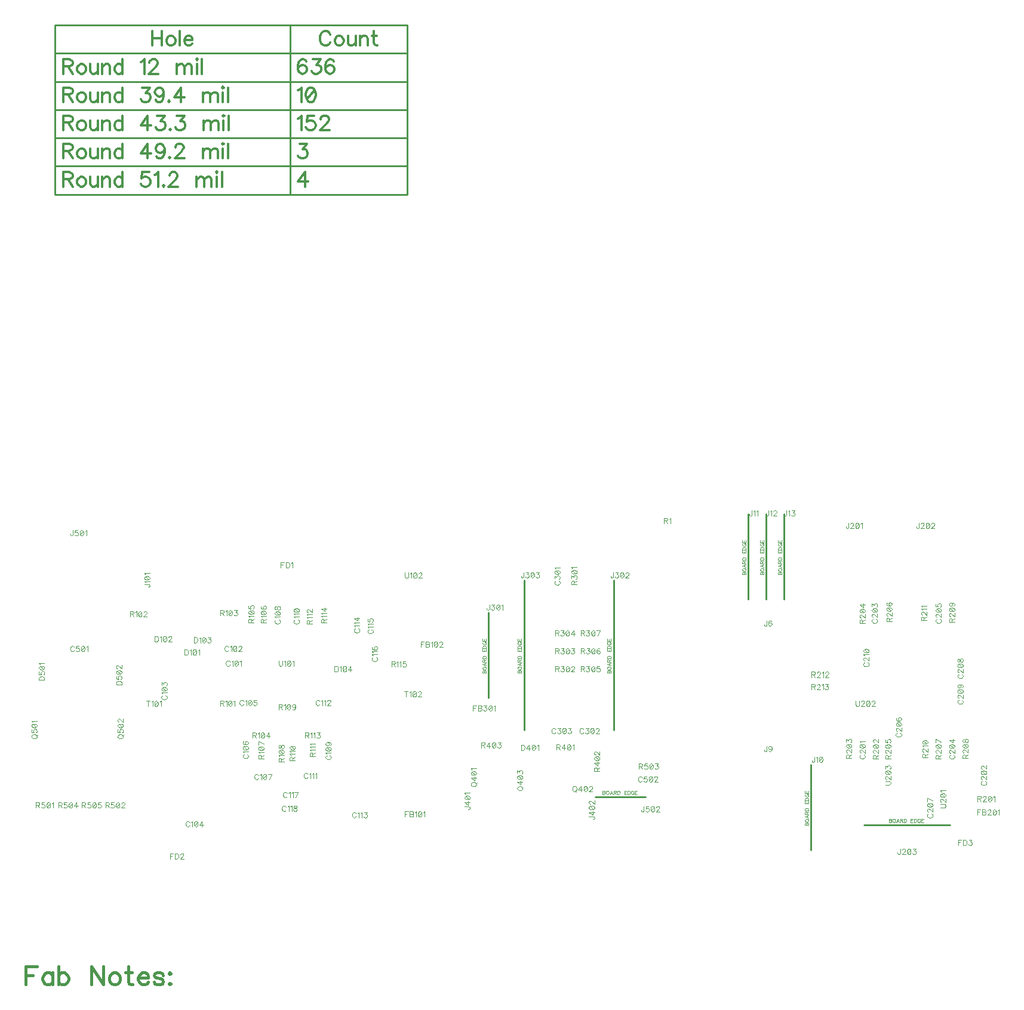
<source format=gbr>
G04 DipTrace 2.4.0.2*
%INTopAssy.gbr*%
%MOIN*%
%ADD10C,0.0098*%
%ADD12C,0.003*%
%ADD43C,0.0154*%
%ADD114C,0.0046*%
%ADD115C,0.0124*%
%FSLAX44Y44*%
G04*
G70*
G90*
G75*
G01*
%LNTopAssy*%
%LPD*%
X43902Y2106D2*
D10*
Y6894D1*
X40402Y16106D2*
Y20894D1*
X41402Y16106D2*
Y20894D1*
X42402Y16106D2*
Y20894D1*
X46856Y3536D2*
X51644D1*
X25902Y10606D2*
Y15394D1*
X32902Y8811D2*
Y17189D1*
X27902Y8811D2*
Y17189D1*
X31856Y5098D2*
X34644D1*
X1687Y48188D2*
X14811D1*
Y46613D1*
X1687D1*
Y48188D1*
Y46613D2*
X14811D1*
Y45038D1*
X1687D1*
Y46613D1*
Y45038D2*
X14811D1*
Y43463D1*
X1687D1*
Y45038D1*
Y43463D2*
X14811D1*
Y41888D1*
X1687D1*
Y43463D1*
Y41888D2*
X14811D1*
Y40313D1*
X1687D1*
Y41888D1*
Y40313D2*
X14811D1*
Y38739D1*
X1687D1*
Y40313D1*
X14811Y48188D2*
X21373D1*
Y46613D1*
X14811D1*
Y48188D1*
Y46613D2*
X21373D1*
Y45038D1*
X14811D1*
Y46613D1*
Y45038D2*
X21373D1*
Y43463D1*
X14811D1*
Y45038D1*
Y43463D2*
X21373D1*
Y41888D1*
X14811D1*
Y43463D1*
Y41888D2*
X21373D1*
Y40313D1*
X14811D1*
Y41888D1*
Y40313D2*
X21373D1*
Y38739D1*
X14811D1*
Y40313D1*
X12249Y7468D2*
D114*
X12221Y7453D1*
X12192Y7425D1*
X12178Y7396D1*
Y7339D1*
X12192Y7310D1*
X12221Y7281D1*
X12249Y7267D1*
X12292Y7252D1*
X12364D1*
X12407Y7267D1*
X12436Y7281D1*
X12465Y7310D1*
X12479Y7339D1*
Y7396D1*
X12465Y7425D1*
X12436Y7453D1*
X12407Y7468D1*
X12235Y7560D2*
X12221Y7589D1*
X12178Y7632D1*
X12479D1*
X12178Y7811D2*
X12192Y7768D1*
X12235Y7739D1*
X12307Y7725D1*
X12350D1*
X12422Y7739D1*
X12465Y7768D1*
X12479Y7811D1*
Y7840D1*
X12465Y7883D1*
X12422Y7911D1*
X12350Y7926D1*
X12307D1*
X12235Y7911D1*
X12192Y7883D1*
X12178Y7840D1*
Y7811D1*
X12235Y7911D2*
X12422Y7739D1*
X12221Y8191D2*
X12192Y8176D1*
X12178Y8133D1*
Y8105D1*
X12192Y8062D1*
X12235Y8033D1*
X12307Y8019D1*
X12379D1*
X12436Y8033D1*
X12465Y8062D1*
X12479Y8105D1*
Y8119D1*
X12465Y8162D1*
X12436Y8191D1*
X12393Y8205D1*
X12379D1*
X12336Y8191D1*
X12307Y8162D1*
X12293Y8119D1*
Y8105D1*
X12307Y8062D1*
X12336Y8033D1*
X12379Y8019D1*
X13046Y6293D2*
X13031Y6322D1*
X13003Y6350D1*
X12974Y6365D1*
X12917D1*
X12888Y6350D1*
X12859Y6322D1*
X12845Y6293D1*
X12830Y6250D1*
Y6178D1*
X12845Y6135D1*
X12859Y6106D1*
X12888Y6078D1*
X12917Y6063D1*
X12974D1*
X13003Y6078D1*
X13031Y6106D1*
X13046Y6135D1*
X13138Y6307D2*
X13167Y6322D1*
X13210Y6364D1*
Y6063D1*
X13389Y6364D2*
X13346Y6350D1*
X13317Y6307D1*
X13303Y6235D1*
Y6192D1*
X13317Y6121D1*
X13346Y6077D1*
X13389Y6063D1*
X13418D1*
X13461Y6077D1*
X13489Y6121D1*
X13504Y6192D1*
Y6235D1*
X13489Y6307D1*
X13461Y6350D1*
X13418Y6364D1*
X13389D1*
X13489Y6307D2*
X13317Y6121D1*
X13654Y6063D2*
X13797Y6364D1*
X13596D1*
X15096Y14987D2*
X15068Y14972D1*
X15039Y14944D1*
X15025Y14915D1*
Y14858D1*
X15039Y14829D1*
X15068Y14800D1*
X15096Y14786D1*
X15140Y14771D1*
X15211D1*
X15254Y14786D1*
X15283Y14800D1*
X15312Y14829D1*
X15326Y14858D1*
Y14915D1*
X15312Y14944D1*
X15283Y14972D1*
X15254Y14987D1*
X15082Y15079D2*
X15068Y15108D1*
X15025Y15151D1*
X15326D1*
X15082Y15244D2*
X15068Y15273D1*
X15025Y15316D1*
X15326D1*
X15025Y15495D2*
X15039Y15452D1*
X15082Y15423D1*
X15154Y15409D1*
X15197D1*
X15269Y15423D1*
X15312Y15452D1*
X15326Y15495D1*
Y15523D1*
X15312Y15566D1*
X15269Y15595D1*
X15197Y15609D1*
X15154D1*
X15082Y15595D1*
X15039Y15566D1*
X15025Y15523D1*
Y15495D1*
X15082Y15595D2*
X15269Y15423D1*
X6889Y10451D2*
Y10150D1*
X6789Y10451D2*
X6990D1*
X7082Y10393D2*
X7111Y10408D1*
X7154Y10451D1*
Y10150D1*
X7333Y10451D2*
X7290Y10437D1*
X7261Y10393D1*
X7247Y10322D1*
Y10279D1*
X7261Y10207D1*
X7290Y10164D1*
X7333Y10150D1*
X7362D1*
X7405Y10164D1*
X7433Y10207D1*
X7448Y10279D1*
Y10322D1*
X7433Y10393D1*
X7405Y10437D1*
X7362Y10451D1*
X7333D1*
X7433Y10393D2*
X7261Y10207D1*
X7541Y10393D2*
X7569Y10408D1*
X7613Y10451D1*
Y10150D1*
X21302Y10985D2*
Y10683D1*
X21201Y10985D2*
X21402D1*
X21495Y10927D2*
X21523Y10942D1*
X21567Y10984D1*
Y10683D1*
X21745Y10984D2*
X21702Y10970D1*
X21673Y10927D1*
X21659Y10855D1*
Y10812D1*
X21673Y10741D1*
X21702Y10698D1*
X21745Y10683D1*
X21774D1*
X21817Y10698D1*
X21846Y10741D1*
X21860Y10812D1*
Y10855D1*
X21846Y10927D1*
X21817Y10970D1*
X21774Y10984D1*
X21745D1*
X21846Y10927D2*
X21673Y10741D1*
X21967Y10913D2*
Y10927D1*
X21982Y10956D1*
X21996Y10970D1*
X22025Y10984D1*
X22082D1*
X22111Y10970D1*
X22125Y10956D1*
X22140Y10927D1*
Y10899D1*
X22125Y10870D1*
X22096Y10827D1*
X21953Y10683D1*
X22154D1*
X14645Y5290D2*
X14631Y5319D1*
X14602Y5348D1*
X14573Y5362D1*
X14516D1*
X14487Y5348D1*
X14459Y5319D1*
X14444Y5290D1*
X14430Y5247D1*
Y5175D1*
X14444Y5133D1*
X14459Y5104D1*
X14487Y5075D1*
X14516Y5061D1*
X14573D1*
X14602Y5075D1*
X14631Y5104D1*
X14645Y5133D1*
X14738Y5304D2*
X14767Y5319D1*
X14810Y5362D1*
Y5061D1*
X14902Y5304D2*
X14931Y5319D1*
X14974Y5362D1*
Y5061D1*
X15124D2*
X15268Y5362D1*
X15067D1*
X14583Y4526D2*
X14568Y4555D1*
X14540Y4583D1*
X14511Y4598D1*
X14454D1*
X14425Y4583D1*
X14396Y4555D1*
X14382Y4526D1*
X14368Y4483D1*
Y4411D1*
X14382Y4368D1*
X14396Y4339D1*
X14425Y4311D1*
X14454Y4296D1*
X14511D1*
X14540Y4311D1*
X14568Y4339D1*
X14583Y4368D1*
X14675Y4540D2*
X14704Y4555D1*
X14747Y4597D1*
Y4296D1*
X14840Y4540D2*
X14869Y4555D1*
X14912Y4597D1*
Y4296D1*
X15076Y4597D2*
X15033Y4583D1*
X15019Y4555D1*
Y4526D1*
X15033Y4497D1*
X15062Y4483D1*
X15119Y4468D1*
X15162Y4454D1*
X15191Y4425D1*
X15205Y4397D1*
Y4354D1*
X15191Y4325D1*
X15177Y4311D1*
X15134Y4296D1*
X15076D1*
X15033Y4311D1*
X15019Y4325D1*
X15005Y4354D1*
Y4397D1*
X15019Y4425D1*
X15048Y4454D1*
X15090Y4468D1*
X15148Y4483D1*
X15177Y4497D1*
X15191Y4526D1*
Y4555D1*
X15177Y4583D1*
X15134Y4597D1*
X15076D1*
X18464Y14488D2*
X18436Y14473D1*
X18407Y14444D1*
X18393Y14416D1*
Y14359D1*
X18407Y14330D1*
X18436Y14301D1*
X18464Y14287D1*
X18507Y14272D1*
X18579D1*
X18622Y14287D1*
X18651Y14301D1*
X18680Y14330D1*
X18694Y14359D1*
Y14416D1*
X18680Y14444D1*
X18651Y14473D1*
X18622Y14488D1*
X18450Y14580D2*
X18436Y14609D1*
X18393Y14652D1*
X18694D1*
X18450Y14745D2*
X18436Y14774D1*
X18393Y14817D1*
X18694D1*
Y15053D2*
X18393D1*
X18594Y14909D1*
Y15125D1*
X19215Y14433D2*
X19187Y14419D1*
X19158Y14390D1*
X19144Y14362D1*
Y14304D1*
X19158Y14275D1*
X19187Y14247D1*
X19215Y14232D1*
X19259Y14218D1*
X19331D1*
X19373Y14232D1*
X19402Y14247D1*
X19431Y14275D1*
X19445Y14304D1*
Y14362D1*
X19431Y14390D1*
X19402Y14419D1*
X19373Y14433D1*
X19202Y14526D2*
X19187Y14555D1*
X19144Y14598D1*
X19445D1*
X19202Y14690D2*
X19187Y14719D1*
X19144Y14762D1*
X19445D1*
X19144Y15027D2*
Y14884D1*
X19273Y14870D1*
X19259Y14884D1*
X19244Y14927D1*
Y14970D1*
X19259Y15013D1*
X19287Y15042D1*
X19331Y15056D1*
X19359D1*
X19402Y15042D1*
X19431Y15013D1*
X19445Y14970D1*
Y14927D1*
X19431Y14884D1*
X19416Y14870D1*
X19388Y14855D1*
X46685Y7441D2*
X46657Y7427D1*
X46628Y7398D1*
X46614Y7370D1*
Y7312D1*
X46628Y7284D1*
X46657Y7255D1*
X46685Y7240D1*
X46729Y7226D1*
X46801D1*
X46843Y7240D1*
X46872Y7255D1*
X46901Y7284D1*
X46915Y7312D1*
Y7370D1*
X46901Y7398D1*
X46872Y7427D1*
X46843Y7441D1*
X46686Y7549D2*
X46672D1*
X46643Y7563D1*
X46628Y7577D1*
X46614Y7606D1*
Y7663D1*
X46628Y7692D1*
X46643Y7706D1*
X46672Y7721D1*
X46700D1*
X46729Y7706D1*
X46772Y7678D1*
X46915Y7534D1*
Y7735D1*
X46614Y7914D2*
X46628Y7871D1*
X46672Y7842D1*
X46743Y7828D1*
X46786D1*
X46858Y7842D1*
X46901Y7871D1*
X46915Y7914D1*
Y7942D1*
X46901Y7985D1*
X46858Y8014D1*
X46786Y8029D1*
X46743D1*
X46672Y8014D1*
X46628Y7985D1*
X46614Y7942D1*
Y7914D1*
X46672Y8014D2*
X46858Y7842D1*
X46672Y8121D2*
X46657Y8150D1*
X46614Y8193D1*
X46915D1*
X53462Y5962D2*
X53433Y5948D1*
X53405Y5919D1*
X53390Y5891D1*
Y5833D1*
X53405Y5805D1*
X53433Y5776D1*
X53462Y5761D1*
X53505Y5747D1*
X53577D1*
X53620Y5761D1*
X53649Y5776D1*
X53677Y5805D1*
X53692Y5833D1*
Y5891D1*
X53677Y5919D1*
X53649Y5948D1*
X53620Y5962D1*
X53462Y6070D2*
X53448D1*
X53419Y6084D1*
X53405Y6098D1*
X53391Y6127D1*
Y6184D1*
X53405Y6213D1*
X53419Y6227D1*
X53448Y6242D1*
X53477D1*
X53505Y6227D1*
X53548Y6199D1*
X53692Y6055D1*
Y6256D1*
X53391Y6435D2*
X53405Y6392D1*
X53448Y6363D1*
X53520Y6349D1*
X53563D1*
X53634Y6363D1*
X53678Y6392D1*
X53692Y6435D1*
Y6463D1*
X53678Y6506D1*
X53634Y6535D1*
X53563Y6550D1*
X53520D1*
X53448Y6535D1*
X53405Y6506D1*
X53391Y6463D1*
Y6435D1*
X53448Y6535D2*
X53634Y6363D1*
X53462Y6657D2*
X53448D1*
X53419Y6671D1*
X53405Y6685D1*
X53391Y6714D1*
Y6772D1*
X53405Y6800D1*
X53419Y6814D1*
X53448Y6829D1*
X53477D1*
X53505Y6814D1*
X53548Y6786D1*
X53692Y6642D1*
Y6843D1*
X47373Y15020D2*
X47344Y15006D1*
X47316Y14977D1*
X47301Y14948D1*
Y14891D1*
X47316Y14862D1*
X47344Y14834D1*
X47373Y14819D1*
X47416Y14805D1*
X47488D1*
X47531Y14819D1*
X47560Y14834D1*
X47588Y14862D1*
X47603Y14891D1*
Y14948D1*
X47588Y14977D1*
X47560Y15006D1*
X47531Y15020D1*
X47373Y15127D2*
X47359D1*
X47330Y15142D1*
X47316Y15156D1*
X47302Y15185D1*
Y15242D1*
X47316Y15271D1*
X47330Y15285D1*
X47359Y15299D1*
X47388D1*
X47416Y15285D1*
X47459Y15256D1*
X47603Y15113D1*
Y15314D1*
X47302Y15493D2*
X47316Y15449D1*
X47359Y15421D1*
X47431Y15406D1*
X47474D1*
X47545Y15421D1*
X47588Y15449D1*
X47603Y15493D1*
Y15521D1*
X47588Y15564D1*
X47545Y15593D1*
X47474Y15607D1*
X47431D1*
X47359Y15593D1*
X47316Y15564D1*
X47302Y15521D1*
Y15493D1*
X47359Y15593D2*
X47545Y15421D1*
X47302Y15729D2*
Y15886D1*
X47416Y15800D1*
Y15843D1*
X47431Y15872D1*
X47445Y15886D1*
X47488Y15901D1*
X47517D1*
X47560Y15886D1*
X47588Y15858D1*
X47603Y15815D1*
Y15772D1*
X47588Y15729D1*
X47574Y15714D1*
X47545Y15700D1*
X51685Y7432D2*
X51657Y7418D1*
X51628Y7389D1*
X51614Y7361D1*
Y7303D1*
X51628Y7274D1*
X51657Y7246D1*
X51685Y7231D1*
X51729Y7217D1*
X51801D1*
X51843Y7231D1*
X51872Y7246D1*
X51901Y7274D1*
X51915Y7303D1*
Y7361D1*
X51901Y7389D1*
X51872Y7418D1*
X51843Y7432D1*
X51686Y7539D2*
X51672D1*
X51643Y7554D1*
X51628Y7568D1*
X51614Y7597D1*
Y7654D1*
X51628Y7683D1*
X51643Y7697D1*
X51672Y7712D1*
X51700D1*
X51729Y7697D1*
X51772Y7668D1*
X51915Y7525D1*
Y7726D1*
X51614Y7905D2*
X51628Y7862D1*
X51672Y7833D1*
X51743Y7818D1*
X51786D1*
X51858Y7833D1*
X51901Y7862D1*
X51915Y7905D1*
Y7933D1*
X51901Y7976D1*
X51858Y8005D1*
X51786Y8019D1*
X51743D1*
X51672Y8005D1*
X51628Y7976D1*
X51614Y7933D1*
Y7905D1*
X51672Y8005D2*
X51858Y7833D1*
X51915Y8256D2*
X51614D1*
X51815Y8112D1*
Y8327D1*
X50935Y15020D2*
X50907Y15006D1*
X50878Y14977D1*
X50864Y14948D1*
Y14891D1*
X50878Y14862D1*
X50907Y14834D1*
X50935Y14819D1*
X50979Y14805D1*
X51051D1*
X51093Y14819D1*
X51122Y14834D1*
X51151Y14862D1*
X51165Y14891D1*
Y14948D1*
X51151Y14977D1*
X51122Y15006D1*
X51093Y15020D1*
X50936Y15127D2*
X50922D1*
X50893Y15142D1*
X50878Y15156D1*
X50864Y15185D1*
Y15242D1*
X50878Y15271D1*
X50893Y15285D1*
X50922Y15299D1*
X50950D1*
X50979Y15285D1*
X51022Y15256D1*
X51165Y15113D1*
Y15314D1*
X50864Y15493D2*
X50878Y15449D1*
X50922Y15421D1*
X50993Y15406D1*
X51036D1*
X51108Y15421D1*
X51151Y15449D1*
X51165Y15493D1*
Y15521D1*
X51151Y15564D1*
X51108Y15593D1*
X51036Y15607D1*
X50993D1*
X50922Y15593D1*
X50878Y15564D1*
X50864Y15521D1*
Y15493D1*
X50922Y15593D2*
X51108Y15421D1*
X50864Y15872D2*
Y15729D1*
X50993Y15714D1*
X50979Y15729D1*
X50964Y15772D1*
Y15815D1*
X50979Y15858D1*
X51007Y15887D1*
X51051Y15901D1*
X51079D1*
X51122Y15887D1*
X51151Y15858D1*
X51165Y15815D1*
Y15772D1*
X51151Y15729D1*
X51136Y15714D1*
X51108Y15700D1*
X48712Y8657D2*
X48683Y8643D1*
X48655Y8614D1*
X48640Y8586D1*
Y8528D1*
X48655Y8499D1*
X48683Y8471D1*
X48712Y8456D1*
X48755Y8442D1*
X48827D1*
X48870Y8456D1*
X48899Y8471D1*
X48927Y8499D1*
X48942Y8528D1*
Y8586D1*
X48927Y8614D1*
X48899Y8643D1*
X48870Y8657D1*
X48712Y8764D2*
X48698D1*
X48669Y8779D1*
X48655Y8793D1*
X48641Y8822D1*
Y8879D1*
X48655Y8908D1*
X48669Y8922D1*
X48698Y8937D1*
X48727D1*
X48755Y8922D1*
X48798Y8893D1*
X48942Y8750D1*
Y8951D1*
X48641Y9130D2*
X48655Y9087D1*
X48698Y9058D1*
X48770Y9043D1*
X48813D1*
X48884Y9058D1*
X48928Y9087D1*
X48942Y9130D1*
Y9158D1*
X48928Y9201D1*
X48884Y9230D1*
X48813Y9244D1*
X48770D1*
X48698Y9230D1*
X48655Y9201D1*
X48641Y9158D1*
Y9130D1*
X48698Y9230D2*
X48884Y9058D1*
X48683Y9509D2*
X48655Y9495D1*
X48641Y9452D1*
Y9423D1*
X48655Y9380D1*
X48698Y9351D1*
X48770Y9337D1*
X48841D1*
X48899Y9351D1*
X48928Y9380D1*
X48942Y9423D1*
Y9437D1*
X48928Y9480D1*
X48899Y9509D1*
X48856Y9523D1*
X48841D1*
X48798Y9509D1*
X48770Y9480D1*
X48755Y9437D1*
Y9423D1*
X48770Y9380D1*
X48798Y9351D1*
X48841Y9337D1*
X50462Y4150D2*
X50433Y4136D1*
X50405Y4107D1*
X50390Y4078D1*
Y4021D1*
X50405Y3992D1*
X50433Y3964D1*
X50462Y3949D1*
X50505Y3935D1*
X50577D1*
X50620Y3949D1*
X50649Y3964D1*
X50677Y3992D1*
X50692Y4021D1*
Y4078D1*
X50677Y4107D1*
X50649Y4136D1*
X50620Y4150D1*
X50462Y4257D2*
X50448D1*
X50419Y4271D1*
X50405Y4286D1*
X50391Y4314D1*
Y4372D1*
X50405Y4400D1*
X50419Y4415D1*
X50448Y4429D1*
X50477D1*
X50505Y4415D1*
X50548Y4386D1*
X50692Y4243D1*
Y4443D1*
X50391Y4622D2*
X50405Y4579D1*
X50448Y4550D1*
X50520Y4536D1*
X50563D1*
X50634Y4550D1*
X50678Y4579D1*
X50692Y4622D1*
Y4651D1*
X50678Y4694D1*
X50634Y4722D1*
X50563Y4737D1*
X50520D1*
X50448Y4722D1*
X50405Y4694D1*
X50391Y4651D1*
Y4622D1*
X50448Y4722D2*
X50634Y4550D1*
X50692Y4887D2*
X50391Y5031D1*
Y4830D1*
X52149Y11935D2*
X52121Y11920D1*
X52092Y11892D1*
X52078Y11863D1*
Y11806D1*
X52092Y11777D1*
X52121Y11748D1*
X52149Y11734D1*
X52193Y11719D1*
X52265D1*
X52307Y11734D1*
X52336Y11748D1*
X52365Y11777D1*
X52379Y11806D1*
Y11863D1*
X52365Y11892D1*
X52336Y11920D1*
X52307Y11935D1*
X52150Y12042D2*
X52136D1*
X52107Y12056D1*
X52092Y12070D1*
X52078Y12099D1*
Y12157D1*
X52092Y12185D1*
X52107Y12199D1*
X52136Y12214D1*
X52164D1*
X52193Y12199D1*
X52236Y12171D1*
X52379Y12027D1*
Y12228D1*
X52078Y12407D2*
X52092Y12364D1*
X52136Y12335D1*
X52207Y12321D1*
X52250D1*
X52322Y12335D1*
X52365Y12364D1*
X52379Y12407D1*
Y12436D1*
X52365Y12479D1*
X52322Y12507D1*
X52250Y12522D1*
X52207D1*
X52136Y12507D1*
X52092Y12479D1*
X52078Y12436D1*
Y12407D1*
X52136Y12507D2*
X52322Y12335D1*
X52078Y12686D2*
X52092Y12643D1*
X52121Y12629D1*
X52150D1*
X52178Y12643D1*
X52193Y12672D1*
X52207Y12729D1*
X52221Y12772D1*
X52250Y12801D1*
X52279Y12815D1*
X52322D1*
X52350Y12801D1*
X52365Y12787D1*
X52379Y12744D1*
Y12686D1*
X52365Y12643D1*
X52350Y12629D1*
X52322Y12615D1*
X52279D1*
X52250Y12629D1*
X52221Y12658D1*
X52207Y12700D1*
X52193Y12758D1*
X52178Y12787D1*
X52150Y12801D1*
X52121D1*
X52092Y12787D1*
X52078Y12744D1*
Y12686D1*
X52149Y10504D2*
X52121Y10490D1*
X52092Y10461D1*
X52078Y10433D1*
Y10375D1*
X52092Y10346D1*
X52121Y10318D1*
X52149Y10303D1*
X52193Y10289D1*
X52265D1*
X52307Y10303D1*
X52336Y10318D1*
X52365Y10346D1*
X52379Y10375D1*
Y10433D1*
X52365Y10461D1*
X52336Y10490D1*
X52307Y10504D1*
X52150Y10611D2*
X52136D1*
X52107Y10626D1*
X52092Y10640D1*
X52078Y10669D1*
Y10726D1*
X52092Y10755D1*
X52107Y10769D1*
X52136Y10783D1*
X52164D1*
X52193Y10769D1*
X52236Y10740D1*
X52379Y10597D1*
Y10798D1*
X52078Y10977D2*
X52092Y10934D1*
X52136Y10905D1*
X52207Y10890D1*
X52250D1*
X52322Y10905D1*
X52365Y10934D1*
X52379Y10977D1*
Y11005D1*
X52365Y11048D1*
X52322Y11077D1*
X52250Y11091D1*
X52207D1*
X52136Y11077D1*
X52092Y11048D1*
X52078Y11005D1*
Y10977D1*
X52136Y11077D2*
X52322Y10905D1*
X52178Y11371D2*
X52221Y11356D1*
X52250Y11328D1*
X52265Y11284D1*
Y11270D1*
X52250Y11227D1*
X52221Y11199D1*
X52178Y11184D1*
X52164D1*
X52121Y11199D1*
X52092Y11227D1*
X52078Y11270D1*
Y11284D1*
X52092Y11328D1*
X52121Y11356D1*
X52178Y11371D1*
X52250D1*
X52322Y11356D1*
X52365Y11328D1*
X52379Y11284D1*
Y11256D1*
X52365Y11213D1*
X52336Y11199D1*
X46900Y12589D2*
X46871Y12575D1*
X46842Y12546D1*
X46828Y12518D1*
Y12460D1*
X46842Y12432D1*
X46871Y12403D1*
X46900Y12388D1*
X46943Y12374D1*
X47015D1*
X47057Y12388D1*
X47086Y12403D1*
X47115Y12432D1*
X47129Y12460D1*
Y12518D1*
X47115Y12546D1*
X47086Y12575D1*
X47057Y12589D1*
X46900Y12697D2*
X46886D1*
X46857Y12711D1*
X46842Y12725D1*
X46828Y12754D1*
Y12811D1*
X46842Y12840D1*
X46857Y12854D1*
X46886Y12869D1*
X46914D1*
X46943Y12854D1*
X46986Y12826D1*
X47129Y12682D1*
Y12883D1*
X46886Y12976D2*
X46871Y13004D1*
X46828Y13048D1*
X47129D1*
X46828Y13226D2*
X46842Y13183D1*
X46886Y13154D1*
X46957Y13140D1*
X47000D1*
X47072Y13154D1*
X47115Y13183D1*
X47129Y13226D1*
Y13255D1*
X47115Y13298D1*
X47072Y13327D1*
X47000Y13341D1*
X46957D1*
X46886Y13327D1*
X46842Y13298D1*
X46828Y13255D1*
Y13226D1*
X46886Y13327D2*
X47072Y13154D1*
X29650Y17152D2*
X29621Y17138D1*
X29592Y17109D1*
X29578Y17080D1*
Y17023D1*
X29592Y16994D1*
X29621Y16966D1*
X29650Y16951D1*
X29693Y16937D1*
X29765D1*
X29807Y16951D1*
X29836Y16966D1*
X29865Y16994D1*
X29879Y17023D1*
Y17080D1*
X29865Y17109D1*
X29836Y17138D1*
X29807Y17152D1*
X29578Y17273D2*
Y17431D1*
X29693Y17345D1*
Y17388D1*
X29707Y17417D1*
X29721Y17431D1*
X29765Y17445D1*
X29793D1*
X29836Y17431D1*
X29865Y17402D1*
X29879Y17359D1*
Y17316D1*
X29865Y17273D1*
X29850Y17259D1*
X29822Y17245D1*
X29578Y17624D2*
X29592Y17581D1*
X29636Y17552D1*
X29707Y17538D1*
X29750D1*
X29822Y17552D1*
X29865Y17581D1*
X29879Y17624D1*
Y17653D1*
X29865Y17696D1*
X29822Y17724D1*
X29750Y17739D1*
X29707D1*
X29636Y17724D1*
X29592Y17696D1*
X29578Y17653D1*
Y17624D1*
X29636Y17724D2*
X29822Y17552D1*
X29636Y17832D2*
X29621Y17861D1*
X29578Y17904D1*
X29879D1*
X31198Y8856D2*
X31184Y8885D1*
X31155Y8914D1*
X31127Y8928D1*
X31069D1*
X31040Y8914D1*
X31012Y8885D1*
X30997Y8856D1*
X30983Y8813D1*
Y8741D1*
X30997Y8699D1*
X31012Y8670D1*
X31040Y8641D1*
X31069Y8627D1*
X31127D1*
X31155Y8641D1*
X31184Y8670D1*
X31198Y8699D1*
X31320Y8928D2*
X31477D1*
X31391Y8813D1*
X31434D1*
X31463Y8799D1*
X31477Y8784D1*
X31492Y8741D1*
Y8713D1*
X31477Y8670D1*
X31449Y8641D1*
X31406Y8627D1*
X31362D1*
X31320Y8641D1*
X31305Y8655D1*
X31291Y8684D1*
X31671Y8928D2*
X31628Y8913D1*
X31599Y8870D1*
X31584Y8799D1*
Y8756D1*
X31599Y8684D1*
X31628Y8641D1*
X31671Y8627D1*
X31699D1*
X31742Y8641D1*
X31771Y8684D1*
X31785Y8756D1*
Y8799D1*
X31771Y8870D1*
X31742Y8913D1*
X31699Y8928D1*
X31671D1*
X31771Y8870D2*
X31599Y8684D1*
X31893Y8856D2*
Y8870D1*
X31907Y8899D1*
X31921Y8913D1*
X31950Y8928D1*
X32007D1*
X32036Y8913D1*
X32050Y8899D1*
X32065Y8870D1*
Y8842D1*
X32050Y8813D1*
X32022Y8770D1*
X31878Y8627D1*
X32079D1*
X29636Y8856D2*
X29621Y8885D1*
X29593Y8914D1*
X29564Y8928D1*
X29507D1*
X29478Y8914D1*
X29449Y8885D1*
X29435Y8856D1*
X29421Y8813D1*
Y8741D1*
X29435Y8699D1*
X29449Y8670D1*
X29478Y8641D1*
X29507Y8627D1*
X29564D1*
X29593Y8641D1*
X29621Y8670D1*
X29636Y8699D1*
X29757Y8928D2*
X29915D1*
X29829Y8813D1*
X29872D1*
X29900Y8799D1*
X29915Y8784D1*
X29929Y8741D1*
Y8713D1*
X29915Y8670D1*
X29886Y8641D1*
X29843Y8627D1*
X29800D1*
X29757Y8641D1*
X29743Y8655D1*
X29728Y8684D1*
X30108Y8928D2*
X30065Y8913D1*
X30036Y8870D1*
X30022Y8799D1*
Y8756D1*
X30036Y8684D1*
X30065Y8641D1*
X30108Y8627D1*
X30137D1*
X30180Y8641D1*
X30208Y8684D1*
X30223Y8756D1*
Y8799D1*
X30208Y8870D1*
X30180Y8913D1*
X30137Y8928D1*
X30108D1*
X30208Y8870D2*
X30036Y8684D1*
X30344Y8928D2*
X30502D1*
X30416Y8813D1*
X30459D1*
X30488Y8799D1*
X30502Y8784D1*
X30517Y8741D1*
Y8713D1*
X30502Y8670D1*
X30473Y8641D1*
X30430Y8627D1*
X30387D1*
X30344Y8641D1*
X30330Y8655D1*
X30316Y8684D1*
X2763Y13442D2*
X2748Y13470D1*
X2720Y13499D1*
X2691Y13513D1*
X2634D1*
X2605Y13499D1*
X2576Y13470D1*
X2562Y13442D1*
X2547Y13398D1*
Y13326D1*
X2562Y13284D1*
X2576Y13255D1*
X2605Y13226D1*
X2634Y13212D1*
X2691D1*
X2720Y13226D1*
X2748Y13255D1*
X2763Y13284D1*
X3027Y13513D2*
X2884D1*
X2870Y13384D1*
X2884Y13398D1*
X2927Y13413D1*
X2970D1*
X3013Y13398D1*
X3042Y13370D1*
X3056Y13326D1*
Y13298D1*
X3042Y13255D1*
X3013Y13226D1*
X2970Y13212D1*
X2927D1*
X2884Y13226D1*
X2870Y13241D1*
X2855Y13269D1*
X3235Y13513D2*
X3192Y13499D1*
X3163Y13455D1*
X3149Y13384D1*
Y13341D1*
X3163Y13269D1*
X3192Y13226D1*
X3235Y13212D1*
X3264D1*
X3307Y13226D1*
X3335Y13269D1*
X3350Y13341D1*
Y13384D1*
X3335Y13455D1*
X3307Y13499D1*
X3264Y13513D1*
X3235D1*
X3335Y13455D2*
X3163Y13269D1*
X3443Y13455D2*
X3471Y13470D1*
X3515Y13513D1*
Y13212D1*
X34464Y6163D2*
X34450Y6191D1*
X34421Y6220D1*
X34393Y6235D1*
X34335D1*
X34307Y6220D1*
X34278Y6191D1*
X34263Y6163D1*
X34249Y6120D1*
Y6048D1*
X34263Y6005D1*
X34278Y5976D1*
X34307Y5948D1*
X34335Y5933D1*
X34393D1*
X34421Y5948D1*
X34450Y5976D1*
X34464Y6005D1*
X34729Y6234D2*
X34586D1*
X34572Y6105D1*
X34586Y6119D1*
X34629Y6134D1*
X34672D1*
X34715Y6119D1*
X34744Y6091D1*
X34758Y6048D1*
Y6019D1*
X34744Y5976D1*
X34715Y5947D1*
X34672Y5933D1*
X34629D1*
X34586Y5947D1*
X34572Y5962D1*
X34557Y5990D1*
X34937Y6234D2*
X34894Y6220D1*
X34865Y6177D1*
X34851Y6105D1*
Y6062D1*
X34865Y5990D1*
X34894Y5947D1*
X34937Y5933D1*
X34965D1*
X35008Y5947D1*
X35037Y5990D1*
X35052Y6062D1*
Y6105D1*
X35037Y6177D1*
X35008Y6220D1*
X34965Y6234D1*
X34937D1*
X35037Y6177D2*
X34865Y5990D1*
X35159Y6163D2*
Y6177D1*
X35173Y6206D1*
X35187Y6220D1*
X35216Y6234D1*
X35274D1*
X35302Y6220D1*
X35316Y6206D1*
X35331Y6177D1*
Y6148D1*
X35316Y6119D1*
X35288Y6077D1*
X35144Y5933D1*
X35345D1*
X17303Y12390D2*
Y12088D1*
X17403D1*
X17446Y12103D1*
X17475Y12132D1*
X17489Y12160D1*
X17504Y12203D1*
Y12275D1*
X17489Y12318D1*
X17475Y12347D1*
X17446Y12376D1*
X17403Y12390D1*
X17303D1*
X17596Y12332D2*
X17625Y12347D1*
X17668Y12390D1*
Y12088D1*
X17847Y12390D2*
X17804Y12375D1*
X17775Y12332D1*
X17761Y12261D1*
Y12217D1*
X17775Y12146D1*
X17804Y12103D1*
X17847Y12088D1*
X17876D1*
X17919Y12103D1*
X17947Y12146D1*
X17962Y12217D1*
Y12261D1*
X17947Y12332D1*
X17919Y12375D1*
X17876Y12390D1*
X17847D1*
X17947Y12332D2*
X17775Y12146D1*
X18198Y12088D2*
Y12390D1*
X18054Y12189D1*
X18270D1*
X7266Y14068D2*
Y13767D1*
X7366D1*
X7410Y13781D1*
X7438Y13810D1*
X7453Y13839D1*
X7467Y13881D1*
Y13953D1*
X7453Y13997D1*
X7438Y14025D1*
X7410Y14054D1*
X7366Y14068D1*
X7266D1*
X7560Y14010D2*
X7588Y14025D1*
X7632Y14068D1*
Y13767D1*
X7810Y14068D2*
X7767Y14054D1*
X7738Y14010D1*
X7724Y13939D1*
Y13896D1*
X7738Y13824D1*
X7767Y13781D1*
X7810Y13767D1*
X7839D1*
X7882Y13781D1*
X7911Y13824D1*
X7925Y13896D1*
Y13939D1*
X7911Y14010D1*
X7882Y14054D1*
X7839Y14068D1*
X7810D1*
X7911Y14010D2*
X7738Y13824D1*
X8032Y13996D2*
Y14010D1*
X8047Y14039D1*
X8061Y14054D1*
X8090Y14068D1*
X8147D1*
X8176Y14054D1*
X8190Y14039D1*
X8204Y14010D1*
Y13982D1*
X8190Y13953D1*
X8161Y13910D1*
X8018Y13767D1*
X8219D1*
X9454Y14006D2*
Y13704D1*
X9554D1*
X9597Y13719D1*
X9626Y13747D1*
X9640Y13776D1*
X9655Y13819D1*
Y13891D1*
X9640Y13934D1*
X9626Y13963D1*
X9597Y13992D1*
X9554Y14006D1*
X9454D1*
X9747Y13948D2*
X9776Y13963D1*
X9819Y14005D1*
Y13704D1*
X9998Y14005D2*
X9955Y13991D1*
X9926Y13948D1*
X9912Y13876D1*
Y13833D1*
X9926Y13762D1*
X9955Y13719D1*
X9998Y13704D1*
X10027D1*
X10070Y13719D1*
X10098Y13762D1*
X10113Y13833D1*
Y13876D1*
X10098Y13948D1*
X10070Y13991D1*
X10027Y14005D1*
X9998D1*
X10098Y13948D2*
X9926Y13762D1*
X10234Y14005D2*
X10392D1*
X10306Y13891D1*
X10349D1*
X10378Y13876D1*
X10392Y13862D1*
X10406Y13819D1*
Y13791D1*
X10392Y13747D1*
X10363Y13719D1*
X10320Y13704D1*
X10277D1*
X10234Y13719D1*
X10220Y13733D1*
X10206Y13762D1*
X27712Y8004D2*
Y7703D1*
X27813D1*
X27856Y7717D1*
X27885Y7746D1*
X27899Y7775D1*
X27913Y7818D1*
Y7890D1*
X27899Y7933D1*
X27885Y7961D1*
X27856Y7990D1*
X27813Y8004D1*
X27712D1*
X28150Y7703D2*
Y8004D1*
X28006Y7803D1*
X28221D1*
X28400Y8004D2*
X28357Y7990D1*
X28328Y7947D1*
X28314Y7875D1*
Y7832D1*
X28328Y7760D1*
X28357Y7717D1*
X28400Y7703D1*
X28429D1*
X28472Y7717D1*
X28500Y7760D1*
X28515Y7832D1*
Y7875D1*
X28500Y7947D1*
X28472Y7990D1*
X28429Y8004D1*
X28400D1*
X28500Y7947D2*
X28328Y7760D1*
X28607Y7947D2*
X28636Y7961D1*
X28679Y8004D1*
Y7703D1*
X799Y11614D2*
X1100D1*
Y11715D1*
X1086Y11758D1*
X1057Y11787D1*
X1028Y11801D1*
X986Y11815D1*
X914D1*
X870Y11801D1*
X842Y11787D1*
X813Y11758D1*
X799Y11715D1*
Y11614D1*
Y12080D2*
Y11937D1*
X928Y11922D1*
X914Y11937D1*
X899Y11980D1*
Y12023D1*
X914Y12066D1*
X942Y12095D1*
X986Y12109D1*
X1014D1*
X1057Y12095D1*
X1086Y12066D1*
X1100Y12023D1*
Y11980D1*
X1086Y11937D1*
X1071Y11922D1*
X1043Y11908D1*
X799Y12288D2*
X813Y12245D1*
X857Y12216D1*
X928Y12201D1*
X971D1*
X1043Y12216D1*
X1086Y12245D1*
X1100Y12288D1*
Y12316D1*
X1086Y12359D1*
X1043Y12388D1*
X971Y12402D1*
X928D1*
X857Y12388D1*
X813Y12359D1*
X799Y12316D1*
Y12288D1*
X857Y12388D2*
X1043Y12216D1*
X857Y12495D2*
X842Y12524D1*
X799Y12567D1*
X1100D1*
X5111Y11362D2*
X5413D1*
Y11463D1*
X5398Y11506D1*
X5370Y11535D1*
X5341Y11549D1*
X5298Y11563D1*
X5226D1*
X5183Y11549D1*
X5154Y11535D1*
X5126Y11506D1*
X5111Y11463D1*
Y11362D1*
X5112Y11828D2*
Y11685D1*
X5241Y11670D1*
X5226Y11685D1*
X5212Y11728D1*
Y11771D1*
X5226Y11814D1*
X5255Y11843D1*
X5298Y11857D1*
X5327D1*
X5370Y11843D1*
X5399Y11814D1*
X5413Y11771D1*
Y11728D1*
X5399Y11685D1*
X5384Y11670D1*
X5355Y11656D1*
X5112Y12036D2*
X5126Y11993D1*
X5169Y11964D1*
X5241Y11949D1*
X5284D1*
X5355Y11964D1*
X5399Y11993D1*
X5413Y12036D1*
Y12064D1*
X5399Y12107D1*
X5355Y12136D1*
X5284Y12150D1*
X5241D1*
X5169Y12136D1*
X5126Y12107D1*
X5112Y12064D1*
Y12036D1*
X5169Y12136D2*
X5355Y11964D1*
X5183Y12258D2*
X5169D1*
X5140Y12272D1*
X5126Y12286D1*
X5112Y12315D1*
Y12372D1*
X5126Y12401D1*
X5140Y12415D1*
X5169Y12430D1*
X5198D1*
X5226Y12415D1*
X5269Y12387D1*
X5413Y12243D1*
Y12444D1*
X21409Y4275D2*
X21223D1*
Y3973D1*
Y4131D2*
X21337D1*
X21502Y4275D2*
Y3973D1*
X21631D1*
X21674Y3988D1*
X21689Y4002D1*
X21703Y4031D1*
Y4074D1*
X21689Y4103D1*
X21674Y4117D1*
X21631Y4131D1*
X21674Y4146D1*
X21689Y4160D1*
X21703Y4188D1*
Y4217D1*
X21689Y4246D1*
X21674Y4260D1*
X21631Y4275D1*
X21502D1*
Y4131D2*
X21631D1*
X21796Y4217D2*
X21825Y4232D1*
X21868Y4274D1*
Y3973D1*
X22046Y4274D2*
X22003Y4260D1*
X21975Y4217D1*
X21960Y4145D1*
Y4102D1*
X21975Y4031D1*
X22003Y3987D1*
X22046Y3973D1*
X22075D1*
X22118Y3987D1*
X22147Y4031D1*
X22161Y4102D1*
Y4145D1*
X22147Y4217D1*
X22118Y4260D1*
X22075Y4274D1*
X22046D1*
X22147Y4217D2*
X21975Y4031D1*
X22254Y4217D2*
X22283Y4232D1*
X22326Y4274D1*
Y3973D1*
X53361Y4386D2*
X53174D1*
Y4085D1*
Y4243D2*
X53289D1*
X53454Y4386D2*
Y4085D1*
X53583D1*
X53626Y4099D1*
X53640Y4114D1*
X53655Y4142D1*
Y4185D1*
X53640Y4214D1*
X53626Y4228D1*
X53583Y4243D1*
X53626Y4257D1*
X53640Y4271D1*
X53655Y4300D1*
Y4329D1*
X53640Y4357D1*
X53626Y4372D1*
X53583Y4386D1*
X53454D1*
Y4243D2*
X53583D1*
X53762Y4314D2*
Y4329D1*
X53776Y4357D1*
X53790Y4372D1*
X53819Y4386D1*
X53877D1*
X53905Y4372D1*
X53919Y4357D1*
X53934Y4329D1*
Y4300D1*
X53919Y4271D1*
X53891Y4228D1*
X53747Y4085D1*
X53948D1*
X54127Y4386D2*
X54084Y4372D1*
X54055Y4329D1*
X54041Y4257D1*
Y4214D1*
X54055Y4142D1*
X54084Y4099D1*
X54127Y4085D1*
X54156D1*
X54199Y4099D1*
X54227Y4142D1*
X54242Y4214D1*
Y4257D1*
X54227Y4329D1*
X54199Y4372D1*
X54156Y4386D1*
X54127D1*
X54227Y4329D2*
X54055Y4142D1*
X54334Y4329D2*
X54363Y4343D1*
X54406Y4386D1*
Y4085D1*
X25218Y10199D2*
X25031D1*
Y9897D1*
Y10055D2*
X25146D1*
X25310Y10199D2*
Y9897D1*
X25440D1*
X25483Y9912D1*
X25497Y9926D1*
X25511Y9955D1*
Y9998D1*
X25497Y10027D1*
X25483Y10041D1*
X25440Y10055D1*
X25483Y10070D1*
X25497Y10084D1*
X25511Y10112D1*
Y10141D1*
X25497Y10170D1*
X25483Y10184D1*
X25440Y10199D1*
X25310D1*
Y10055D2*
X25440D1*
X25633Y10198D2*
X25790D1*
X25705Y10084D1*
X25748D1*
X25776Y10069D1*
X25790Y10055D1*
X25805Y10012D1*
Y9983D1*
X25790Y9940D1*
X25762Y9912D1*
X25719Y9897D1*
X25676D1*
X25633Y9912D1*
X25619Y9926D1*
X25604Y9955D1*
X25984Y10198D2*
X25941Y10184D1*
X25912Y10141D1*
X25898Y10069D1*
Y10026D1*
X25912Y9955D1*
X25941Y9912D1*
X25984Y9897D1*
X26012D1*
X26055Y9912D1*
X26084Y9955D1*
X26099Y10026D1*
Y10069D1*
X26084Y10141D1*
X26055Y10184D1*
X26012Y10198D1*
X25984D1*
X26084Y10141D2*
X25912Y9955D1*
X26191Y10141D2*
X26220Y10156D1*
X26263Y10198D1*
Y9897D1*
X14489Y18189D2*
X14303D1*
Y17888D1*
Y18046D2*
X14417D1*
X14582Y18189D2*
Y17888D1*
X14682D1*
X14725Y17902D1*
X14754Y17931D1*
X14769Y17960D1*
X14783Y18003D1*
Y18075D1*
X14769Y18118D1*
X14754Y18146D1*
X14725Y18175D1*
X14682Y18189D1*
X14582D1*
X14875Y18132D2*
X14904Y18146D1*
X14947Y18189D1*
Y17888D1*
X8300Y1939D2*
X8113D1*
Y1638D1*
Y1796D2*
X8228D1*
X8392Y1939D2*
Y1638D1*
X8493D1*
X8536Y1652D1*
X8565Y1681D1*
X8579Y1710D1*
X8593Y1753D1*
Y1825D1*
X8579Y1868D1*
X8565Y1896D1*
X8536Y1925D1*
X8493Y1939D1*
X8392D1*
X8701Y1867D2*
Y1882D1*
X8715Y1910D1*
X8729Y1925D1*
X8758Y1939D1*
X8815D1*
X8844Y1925D1*
X8858Y1910D1*
X8873Y1882D1*
Y1853D1*
X8858Y1824D1*
X8830Y1781D1*
X8686Y1638D1*
X8887D1*
X52300Y2689D2*
X52113D1*
Y2388D1*
Y2546D2*
X52228D1*
X52392Y2689D2*
Y2388D1*
X52493D1*
X52536Y2402D1*
X52565Y2431D1*
X52579Y2460D1*
X52593Y2503D1*
Y2575D1*
X52579Y2618D1*
X52565Y2646D1*
X52536Y2675D1*
X52493Y2689D1*
X52392D1*
X52715D2*
X52872D1*
X52786Y2574D1*
X52830D1*
X52858Y2560D1*
X52872Y2546D1*
X52887Y2503D1*
Y2474D1*
X52872Y2431D1*
X52844Y2402D1*
X52801Y2388D1*
X52758D1*
X52715Y2402D1*
X52701Y2417D1*
X52686Y2445D1*
X41432Y14939D2*
Y14710D1*
X41418Y14667D1*
X41403Y14652D1*
X41375Y14638D1*
X41346D1*
X41318Y14652D1*
X41303Y14667D1*
X41289Y14710D1*
Y14738D1*
X41697Y14896D2*
X41683Y14925D1*
X41640Y14939D1*
X41611D1*
X41568Y14925D1*
X41539Y14882D1*
X41525Y14810D1*
Y14738D1*
X41539Y14681D1*
X41568Y14652D1*
X41611Y14638D1*
X41625D1*
X41668Y14652D1*
X41697Y14681D1*
X41711Y14724D1*
Y14738D1*
X41697Y14781D1*
X41668Y14810D1*
X41625Y14824D1*
X41611D1*
X41568Y14810D1*
X41539Y14781D1*
X41525Y14738D1*
X41432Y7939D2*
Y7710D1*
X41418Y7667D1*
X41403Y7652D1*
X41375Y7638D1*
X41346D1*
X41317Y7652D1*
X41303Y7667D1*
X41289Y7710D1*
Y7738D1*
X41711Y7839D2*
X41697Y7796D1*
X41668Y7767D1*
X41625Y7753D1*
X41611D1*
X41568Y7767D1*
X41539Y7796D1*
X41525Y7839D1*
Y7853D1*
X41539Y7896D1*
X41568Y7925D1*
X41611Y7939D1*
X41625D1*
X41668Y7925D1*
X41697Y7896D1*
X41711Y7839D1*
Y7767D1*
X41697Y7695D1*
X41668Y7652D1*
X41625Y7638D1*
X41597D1*
X41554Y7652D1*
X41539Y7681D1*
X44093Y7333D2*
Y7104D1*
X44078Y7060D1*
X44064Y7046D1*
X44035Y7032D1*
X44006D1*
X43978Y7046D1*
X43964Y7060D1*
X43949Y7104D1*
Y7132D1*
X44185Y7275D2*
X44214Y7290D1*
X44257Y7333D1*
Y7032D1*
X44436Y7333D2*
X44393Y7318D1*
X44364Y7275D1*
X44350Y7204D1*
Y7161D1*
X44364Y7089D1*
X44393Y7046D1*
X44436Y7032D1*
X44465D1*
X44508Y7046D1*
X44536Y7089D1*
X44551Y7161D1*
Y7204D1*
X44536Y7275D1*
X44508Y7318D1*
X44465Y7333D1*
X44436D1*
X44536Y7275D2*
X44364Y7089D1*
X40595Y21083D2*
Y20854D1*
X40580Y20810D1*
X40566Y20796D1*
X40537Y20782D1*
X40508D1*
X40480Y20796D1*
X40466Y20810D1*
X40451Y20854D1*
Y20882D1*
X40687Y21025D2*
X40716Y21040D1*
X40759Y21083D1*
Y20782D1*
X40852Y21025D2*
X40881Y21040D1*
X40924Y21083D1*
Y20782D1*
X41530Y21083D2*
Y20854D1*
X41516Y20810D1*
X41501Y20796D1*
X41473Y20782D1*
X41444D1*
X41415Y20796D1*
X41401Y20810D1*
X41387Y20854D1*
Y20882D1*
X41623Y21025D2*
X41652Y21040D1*
X41695Y21083D1*
Y20782D1*
X41802Y21011D2*
Y21025D1*
X41816Y21054D1*
X41831Y21068D1*
X41859Y21083D1*
X41917D1*
X41945Y21068D1*
X41960Y21054D1*
X41974Y21025D1*
Y20997D1*
X41960Y20968D1*
X41931Y20925D1*
X41787Y20782D1*
X41988D1*
X42530Y21083D2*
Y20854D1*
X42516Y20810D1*
X42501Y20796D1*
X42473Y20782D1*
X42444D1*
X42415Y20796D1*
X42401Y20810D1*
X42387Y20854D1*
Y20882D1*
X42623Y21025D2*
X42652Y21040D1*
X42695Y21083D1*
Y20782D1*
X42816Y21083D2*
X42974D1*
X42888Y20968D1*
X42931D1*
X42960Y20954D1*
X42974Y20939D1*
X42988Y20896D1*
Y20868D1*
X42974Y20825D1*
X42945Y20796D1*
X42902Y20782D1*
X42859D1*
X42816Y20796D1*
X42802Y20810D1*
X42787Y20839D1*
X6685Y16957D2*
X6915D1*
X6958Y16942D1*
X6972Y16928D1*
X6987Y16899D1*
Y16870D1*
X6972Y16842D1*
X6958Y16828D1*
X6915Y16813D1*
X6886D1*
X6743Y17049D2*
X6729Y17078D1*
X6686Y17121D1*
X6987D1*
X6686Y17300D2*
X6700Y17257D1*
X6743Y17228D1*
X6815Y17214D1*
X6858D1*
X6930Y17228D1*
X6973Y17257D1*
X6987Y17300D1*
Y17329D1*
X6973Y17372D1*
X6930Y17400D1*
X6858Y17415D1*
X6815D1*
X6743Y17400D1*
X6700Y17372D1*
X6686Y17329D1*
Y17300D1*
X6743Y17400D2*
X6930Y17228D1*
X6743Y17507D2*
X6729Y17536D1*
X6686Y17579D1*
X6987D1*
X45989Y20392D2*
Y20163D1*
X45975Y20120D1*
X45960Y20105D1*
X45932Y20091D1*
X45903D1*
X45875Y20105D1*
X45860Y20120D1*
X45846Y20163D1*
Y20191D1*
X46096Y20320D2*
Y20334D1*
X46111Y20363D1*
X46125Y20378D1*
X46154Y20392D1*
X46211D1*
X46240Y20378D1*
X46254Y20363D1*
X46269Y20334D1*
Y20306D1*
X46254Y20277D1*
X46225Y20234D1*
X46082Y20091D1*
X46283D1*
X46462Y20392D2*
X46419Y20378D1*
X46390Y20334D1*
X46375Y20263D1*
Y20220D1*
X46390Y20148D1*
X46419Y20105D1*
X46462Y20091D1*
X46490D1*
X46533Y20105D1*
X46562Y20148D1*
X46576Y20220D1*
Y20263D1*
X46562Y20334D1*
X46533Y20378D1*
X46490Y20392D1*
X46462D1*
X46562Y20334D2*
X46390Y20148D1*
X46669Y20334D2*
X46698Y20349D1*
X46741Y20392D1*
Y20091D1*
X49925Y20392D2*
Y20163D1*
X49910Y20120D1*
X49896Y20105D1*
X49867Y20091D1*
X49838D1*
X49810Y20105D1*
X49796Y20120D1*
X49781Y20163D1*
Y20191D1*
X50032Y20320D2*
Y20334D1*
X50046Y20363D1*
X50060Y20378D1*
X50089Y20392D1*
X50147D1*
X50175Y20378D1*
X50189Y20363D1*
X50204Y20334D1*
Y20306D1*
X50189Y20277D1*
X50161Y20234D1*
X50017Y20091D1*
X50218D1*
X50397Y20392D2*
X50354Y20378D1*
X50325Y20334D1*
X50311Y20263D1*
Y20220D1*
X50325Y20148D1*
X50354Y20105D1*
X50397Y20091D1*
X50426D1*
X50469Y20105D1*
X50497Y20148D1*
X50512Y20220D1*
Y20263D1*
X50497Y20334D1*
X50469Y20378D1*
X50426Y20392D1*
X50397D1*
X50497Y20334D2*
X50325Y20148D1*
X50619Y20320D2*
Y20334D1*
X50633Y20363D1*
X50648Y20378D1*
X50676Y20392D1*
X50734D1*
X50762Y20378D1*
X50777Y20363D1*
X50791Y20334D1*
Y20306D1*
X50777Y20277D1*
X50748Y20234D1*
X50605Y20091D1*
X50805D1*
X48881Y2189D2*
Y1960D1*
X48867Y1917D1*
X48853Y1902D1*
X48824Y1888D1*
X48795D1*
X48767Y1902D1*
X48752Y1917D1*
X48738Y1960D1*
Y1988D1*
X48989Y2117D2*
Y2132D1*
X49003Y2160D1*
X49017Y2175D1*
X49046Y2189D1*
X49103D1*
X49132Y2175D1*
X49146Y2160D1*
X49161Y2132D1*
Y2103D1*
X49146Y2074D1*
X49118Y2031D1*
X48974Y1888D1*
X49175D1*
X49354Y2189D2*
X49311Y2175D1*
X49282Y2132D1*
X49268Y2060D1*
Y2017D1*
X49282Y1945D1*
X49311Y1902D1*
X49354Y1888D1*
X49382D1*
X49425Y1902D1*
X49454Y1945D1*
X49469Y2017D1*
Y2060D1*
X49454Y2132D1*
X49425Y2175D1*
X49382Y2189D1*
X49354D1*
X49454Y2132D2*
X49282Y1945D1*
X49590Y2189D2*
X49748D1*
X49662Y2074D1*
X49705D1*
X49733Y2060D1*
X49748Y2046D1*
X49762Y2003D1*
Y1974D1*
X49748Y1931D1*
X49719Y1902D1*
X49676Y1888D1*
X49633D1*
X49590Y1902D1*
X49576Y1917D1*
X49561Y1945D1*
X25946Y15833D2*
Y15604D1*
X25932Y15560D1*
X25917Y15546D1*
X25889Y15532D1*
X25860D1*
X25831Y15546D1*
X25817Y15560D1*
X25802Y15604D1*
Y15632D1*
X26067Y15833D2*
X26225D1*
X26139Y15718D1*
X26182D1*
X26211Y15704D1*
X26225Y15689D1*
X26239Y15646D1*
Y15618D1*
X26225Y15575D1*
X26196Y15546D1*
X26153Y15532D1*
X26110D1*
X26067Y15546D1*
X26053Y15560D1*
X26039Y15589D1*
X26418Y15833D2*
X26375Y15818D1*
X26346Y15775D1*
X26332Y15704D1*
Y15661D1*
X26346Y15589D1*
X26375Y15546D1*
X26418Y15532D1*
X26447D1*
X26490Y15546D1*
X26519Y15589D1*
X26533Y15661D1*
Y15704D1*
X26519Y15775D1*
X26490Y15818D1*
X26447Y15833D1*
X26418D1*
X26519Y15775D2*
X26346Y15589D1*
X26626Y15775D2*
X26655Y15790D1*
X26698Y15833D1*
Y15532D1*
X32857Y17628D2*
Y17399D1*
X32843Y17356D1*
X32828Y17341D1*
X32799Y17327D1*
X32771D1*
X32742Y17341D1*
X32728Y17356D1*
X32713Y17399D1*
Y17427D1*
X32978Y17628D2*
X33136D1*
X33050Y17513D1*
X33093D1*
X33122Y17499D1*
X33136Y17485D1*
X33150Y17442D1*
Y17413D1*
X33136Y17370D1*
X33107Y17341D1*
X33064Y17327D1*
X33021D1*
X32978Y17341D1*
X32964Y17356D1*
X32949Y17384D1*
X33329Y17628D2*
X33286Y17614D1*
X33257Y17571D1*
X33243Y17499D1*
Y17456D1*
X33257Y17384D1*
X33286Y17341D1*
X33329Y17327D1*
X33358D1*
X33401Y17341D1*
X33429Y17384D1*
X33444Y17456D1*
Y17499D1*
X33429Y17571D1*
X33401Y17614D1*
X33358Y17628D1*
X33329D1*
X33429Y17571D2*
X33257Y17384D1*
X33551Y17556D2*
Y17571D1*
X33565Y17599D1*
X33580Y17614D1*
X33609Y17628D1*
X33666D1*
X33694Y17614D1*
X33709Y17599D1*
X33723Y17571D1*
Y17542D1*
X33709Y17513D1*
X33680Y17470D1*
X33537Y17327D1*
X33738D1*
X27857Y17628D2*
Y17399D1*
X27843Y17356D1*
X27828Y17341D1*
X27799Y17327D1*
X27771D1*
X27742Y17341D1*
X27728Y17356D1*
X27713Y17399D1*
Y17427D1*
X27978Y17628D2*
X28136D1*
X28050Y17513D1*
X28093D1*
X28122Y17499D1*
X28136Y17485D1*
X28150Y17442D1*
Y17413D1*
X28136Y17370D1*
X28107Y17341D1*
X28064Y17327D1*
X28021D1*
X27978Y17341D1*
X27964Y17356D1*
X27949Y17384D1*
X28329Y17628D2*
X28286Y17614D1*
X28257Y17571D1*
X28243Y17499D1*
Y17456D1*
X28257Y17384D1*
X28286Y17341D1*
X28329Y17327D1*
X28358D1*
X28401Y17341D1*
X28429Y17384D1*
X28444Y17456D1*
Y17499D1*
X28429Y17571D1*
X28401Y17614D1*
X28358Y17628D1*
X28329D1*
X28429Y17571D2*
X28257Y17384D1*
X28565Y17628D2*
X28723D1*
X28637Y17513D1*
X28680D1*
X28709Y17499D1*
X28723Y17485D1*
X28738Y17442D1*
Y17413D1*
X28723Y17370D1*
X28694Y17341D1*
X28651Y17327D1*
X28608D1*
X28565Y17341D1*
X28551Y17356D1*
X28537Y17384D1*
X24563Y4544D2*
X24793D1*
X24836Y4530D1*
X24850Y4515D1*
X24865Y4487D1*
Y4458D1*
X24850Y4429D1*
X24836Y4415D1*
X24793Y4400D1*
X24764D1*
X24865Y4780D2*
X24564D1*
X24764Y4637D1*
Y4852D1*
X24564Y5031D2*
X24578Y4988D1*
X24621Y4959D1*
X24693Y4944D1*
X24736D1*
X24807Y4959D1*
X24850Y4988D1*
X24865Y5031D1*
Y5059D1*
X24850Y5102D1*
X24807Y5131D1*
X24736Y5145D1*
X24693D1*
X24621Y5131D1*
X24578Y5102D1*
X24564Y5059D1*
Y5031D1*
X24621Y5131D2*
X24807Y4959D1*
X24621Y5238D2*
X24606Y5267D1*
X24564Y5310D1*
X24865D1*
X31506Y3987D2*
X31736D1*
X31779Y3973D1*
X31793Y3958D1*
X31807Y3930D1*
Y3901D1*
X31793Y3872D1*
X31779Y3858D1*
X31736Y3843D1*
X31707D1*
X31807Y4223D2*
X31506D1*
X31707Y4080D1*
Y4295D1*
X31506Y4474D2*
X31521Y4431D1*
X31564Y4402D1*
X31635Y4387D1*
X31678D1*
X31750Y4402D1*
X31793Y4431D1*
X31807Y4474D1*
Y4502D1*
X31793Y4545D1*
X31750Y4574D1*
X31678Y4588D1*
X31635D1*
X31564Y4574D1*
X31521Y4545D1*
X31506Y4502D1*
Y4474D1*
X31564Y4574D2*
X31750Y4402D1*
X31578Y4696D2*
X31564D1*
X31535Y4710D1*
X31521Y4724D1*
X31506Y4753D1*
Y4810D1*
X31521Y4839D1*
X31535Y4853D1*
X31564Y4868D1*
X31592D1*
X31621Y4853D1*
X31664Y4825D1*
X31807Y4681D1*
Y4882D1*
X2696Y19979D2*
Y19750D1*
X2682Y19707D1*
X2667Y19692D1*
X2639Y19678D1*
X2610D1*
X2581Y19692D1*
X2567Y19707D1*
X2552Y19750D1*
Y19778D1*
X2961Y19979D2*
X2817D1*
X2803Y19850D1*
X2817Y19864D1*
X2860Y19879D1*
X2903D1*
X2946Y19864D1*
X2975Y19836D1*
X2989Y19793D1*
Y19764D1*
X2975Y19721D1*
X2946Y19692D1*
X2903Y19678D1*
X2860D1*
X2817Y19692D1*
X2803Y19707D1*
X2789Y19735D1*
X3168Y19979D2*
X3125Y19965D1*
X3096Y19922D1*
X3082Y19850D1*
Y19807D1*
X3096Y19735D1*
X3125Y19692D1*
X3168Y19678D1*
X3197D1*
X3240Y19692D1*
X3269Y19735D1*
X3283Y19807D1*
Y19850D1*
X3269Y19922D1*
X3240Y19965D1*
X3197Y19979D1*
X3168D1*
X3269Y19922D2*
X3096Y19735D1*
X3376Y19922D2*
X3405Y19936D1*
X3448Y19979D1*
Y19678D1*
X34569Y4564D2*
Y4335D1*
X34555Y4292D1*
X34540Y4277D1*
X34512Y4263D1*
X34483D1*
X34454Y4277D1*
X34440Y4292D1*
X34425Y4335D1*
Y4363D1*
X34834Y4564D2*
X34690D1*
X34676Y4435D1*
X34690Y4449D1*
X34734Y4464D1*
X34776D1*
X34819Y4449D1*
X34848Y4421D1*
X34863Y4378D1*
Y4349D1*
X34848Y4306D1*
X34819Y4277D1*
X34776Y4263D1*
X34734D1*
X34690Y4277D1*
X34676Y4292D1*
X34662Y4320D1*
X35041Y4564D2*
X34998Y4550D1*
X34969Y4507D1*
X34955Y4435D1*
Y4392D1*
X34969Y4320D1*
X34998Y4277D1*
X35041Y4263D1*
X35070D1*
X35113Y4277D1*
X35142Y4320D1*
X35156Y4392D1*
Y4435D1*
X35142Y4507D1*
X35113Y4550D1*
X35070Y4564D1*
X35041D1*
X35142Y4507D2*
X34969Y4320D1*
X35263Y4492D2*
Y4507D1*
X35278Y4535D1*
X35292Y4550D1*
X35321Y4564D1*
X35378D1*
X35407Y4550D1*
X35421Y4535D1*
X35435Y4507D1*
Y4478D1*
X35421Y4449D1*
X35392Y4406D1*
X35249Y4263D1*
X35450D1*
X24913Y5767D2*
X24927Y5738D1*
X24956Y5709D1*
X24985Y5695D1*
X25028Y5681D1*
X25099D1*
X25142Y5695D1*
X25171Y5709D1*
X25200Y5738D1*
X25214Y5767D1*
Y5824D1*
X25200Y5853D1*
X25171Y5882D1*
X25142Y5896D1*
X25099Y5910D1*
X25028D1*
X24985Y5896D1*
X24956Y5882D1*
X24927Y5853D1*
X24913Y5824D1*
Y5767D1*
X25157Y5810D2*
X25243Y5896D1*
X25214Y6147D2*
X24913D1*
X25114Y6003D1*
Y6218D1*
X24913Y6397D2*
X24928Y6354D1*
X24971Y6325D1*
X25042Y6311D1*
X25085D1*
X25157Y6325D1*
X25200Y6354D1*
X25214Y6397D1*
Y6426D1*
X25200Y6469D1*
X25157Y6497D1*
X25085Y6512D1*
X25042D1*
X24971Y6497D1*
X24928Y6469D1*
X24913Y6426D1*
Y6397D1*
X24971Y6497D2*
X25157Y6325D1*
X24971Y6605D2*
X24956Y6633D1*
X24913Y6676D1*
X25214D1*
X30665Y5694D2*
X30637Y5680D1*
X30608Y5651D1*
X30594Y5622D1*
X30579Y5579D1*
Y5507D1*
X30594Y5464D1*
X30608Y5436D1*
X30637Y5407D1*
X30665Y5392D1*
X30723D1*
X30751Y5407D1*
X30780Y5436D1*
X30794Y5464D1*
X30809Y5507D1*
Y5579D1*
X30794Y5622D1*
X30780Y5651D1*
X30751Y5680D1*
X30723Y5694D1*
X30665D1*
X30708Y5450D2*
X30794Y5364D1*
X31045Y5392D2*
Y5693D1*
X30901Y5493D1*
X31117D1*
X31295Y5693D2*
X31252Y5679D1*
X31224Y5636D1*
X31209Y5564D1*
Y5521D1*
X31224Y5450D1*
X31252Y5406D1*
X31295Y5392D1*
X31324D1*
X31367Y5406D1*
X31396Y5450D1*
X31410Y5521D1*
Y5564D1*
X31396Y5636D1*
X31367Y5679D1*
X31324Y5693D1*
X31295D1*
X31396Y5636D2*
X31224Y5450D1*
X31517Y5622D2*
Y5636D1*
X31532Y5665D1*
X31546Y5679D1*
X31575Y5693D1*
X31632D1*
X31661Y5679D1*
X31675Y5665D1*
X31690Y5636D1*
Y5607D1*
X31675Y5579D1*
X31646Y5536D1*
X31503Y5392D1*
X31704D1*
X27502Y5541D2*
X27516Y5512D1*
X27545Y5483D1*
X27574Y5469D1*
X27617Y5455D1*
X27689D1*
X27732Y5469D1*
X27760Y5483D1*
X27789Y5512D1*
X27804Y5541D1*
Y5598D1*
X27789Y5627D1*
X27760Y5656D1*
X27732Y5670D1*
X27689Y5684D1*
X27617D1*
X27574Y5670D1*
X27545Y5656D1*
X27516Y5627D1*
X27502Y5598D1*
Y5541D1*
X27746Y5584D2*
X27832Y5670D1*
X27804Y5921D2*
X27503D1*
X27703Y5777D1*
Y5992D1*
X27503Y6171D2*
X27517Y6128D1*
X27560Y6099D1*
X27632Y6085D1*
X27675D1*
X27747Y6099D1*
X27790Y6128D1*
X27804Y6171D1*
Y6200D1*
X27790Y6243D1*
X27747Y6271D1*
X27675Y6286D1*
X27632D1*
X27560Y6271D1*
X27517Y6243D1*
X27503Y6200D1*
Y6171D1*
X27560Y6271D2*
X27747Y6099D1*
X27503Y6407D2*
Y6565D1*
X27618Y6479D1*
Y6522D1*
X27632Y6551D1*
X27646Y6565D1*
X27689Y6579D1*
X27718D1*
X27761Y6565D1*
X27790Y6536D1*
X27804Y6493D1*
Y6450D1*
X27790Y6407D1*
X27775Y6393D1*
X27747Y6378D1*
X383Y8439D2*
X397Y8410D1*
X426Y8382D1*
X455Y8367D1*
X498Y8353D1*
X570D1*
X613Y8367D1*
X641Y8382D1*
X670Y8410D1*
X685Y8439D1*
Y8496D1*
X670Y8525D1*
X641Y8554D1*
X613Y8568D1*
X570Y8583D1*
X498D1*
X455Y8568D1*
X426Y8554D1*
X397Y8525D1*
X383Y8496D1*
Y8439D1*
X627Y8482D2*
X713Y8568D1*
X384Y8847D2*
Y8704D1*
X513Y8690D1*
X499Y8704D1*
X484Y8747D1*
Y8790D1*
X499Y8833D1*
X527Y8862D1*
X570Y8876D1*
X599D1*
X642Y8862D1*
X671Y8833D1*
X685Y8790D1*
Y8747D1*
X671Y8704D1*
X656Y8690D1*
X628Y8675D1*
X384Y9055D2*
X398Y9012D1*
X441Y8983D1*
X513Y8969D1*
X556D1*
X628Y8983D1*
X671Y9012D1*
X685Y9055D1*
Y9083D1*
X671Y9127D1*
X628Y9155D1*
X556Y9170D1*
X513D1*
X441Y9155D1*
X398Y9127D1*
X384Y9083D1*
Y9055D1*
X441Y9155D2*
X628Y8983D1*
X441Y9262D2*
X427Y9291D1*
X384Y9334D1*
X685D1*
X5196Y8437D2*
X5210Y8408D1*
X5239Y8380D1*
X5268Y8365D1*
X5311Y8351D1*
X5382D1*
X5425Y8365D1*
X5454Y8380D1*
X5483Y8408D1*
X5497Y8437D1*
Y8494D1*
X5483Y8523D1*
X5454Y8552D1*
X5425Y8566D1*
X5382Y8581D1*
X5311D1*
X5268Y8566D1*
X5239Y8552D1*
X5210Y8523D1*
X5196Y8494D1*
Y8437D1*
X5440Y8480D2*
X5526Y8566D1*
X5196Y8845D2*
Y8702D1*
X5325Y8688D1*
X5311Y8702D1*
X5296Y8745D1*
Y8788D1*
X5311Y8831D1*
X5340Y8860D1*
X5383Y8874D1*
X5411D1*
X5454Y8860D1*
X5483Y8831D1*
X5497Y8788D1*
Y8745D1*
X5483Y8702D1*
X5469Y8688D1*
X5440Y8673D1*
X5196Y9053D2*
X5211Y9010D1*
X5254Y8981D1*
X5325Y8967D1*
X5368D1*
X5440Y8981D1*
X5483Y9010D1*
X5497Y9053D1*
Y9081D1*
X5483Y9125D1*
X5440Y9153D1*
X5368Y9168D1*
X5325D1*
X5254Y9153D1*
X5211Y9125D1*
X5196Y9081D1*
Y9053D1*
X5254Y9153D2*
X5440Y8981D1*
X5268Y9275D2*
X5254D1*
X5225Y9289D1*
X5211Y9303D1*
X5196Y9332D1*
Y9390D1*
X5211Y9418D1*
X5225Y9432D1*
X5254Y9447D1*
X5282D1*
X5311Y9432D1*
X5354Y9404D1*
X5497Y9260D1*
Y9461D1*
X35696Y20517D2*
X35825D1*
X35868Y20531D1*
X35883Y20546D1*
X35897Y20574D1*
Y20603D1*
X35883Y20632D1*
X35868Y20646D1*
X35825Y20660D1*
X35696D1*
Y20359D1*
X35796Y20517D2*
X35897Y20359D1*
X35990Y20603D2*
X36018Y20617D1*
X36062Y20660D1*
Y20359D1*
X13196Y7234D2*
Y7363D1*
X13182Y7406D1*
X13167Y7421D1*
X13139Y7435D1*
X13110D1*
X13082Y7421D1*
X13067Y7406D1*
X13053Y7363D1*
Y7234D1*
X13354D1*
X13196Y7335D2*
X13354Y7435D1*
X13110Y7528D2*
X13096Y7556D1*
X13053Y7600D1*
X13354D1*
X13053Y7778D2*
X13067Y7735D1*
X13110Y7706D1*
X13182Y7692D1*
X13225D1*
X13297Y7706D1*
X13340Y7735D1*
X13354Y7778D1*
Y7807D1*
X13340Y7850D1*
X13297Y7879D1*
X13225Y7893D1*
X13182D1*
X13110Y7879D1*
X13067Y7850D1*
X13053Y7807D1*
Y7778D1*
X13110Y7879D2*
X13297Y7706D1*
X13354Y8043D2*
X13053Y8187D1*
Y7986D1*
X15892Y14756D2*
Y14885D1*
X15877Y14928D1*
X15863Y14942D1*
X15835Y14957D1*
X15806D1*
X15777Y14942D1*
X15763Y14928D1*
X15748Y14885D1*
Y14756D1*
X16050D1*
X15892Y14856D2*
X16050Y14957D1*
X15806Y15049D2*
X15791Y15078D1*
X15749Y15121D1*
X16050D1*
X15806Y15214D2*
X15791Y15243D1*
X15749Y15286D1*
X16050D1*
X15820Y15393D2*
X15806D1*
X15777Y15407D1*
X15763Y15421D1*
X15749Y15450D1*
Y15508D1*
X15763Y15536D1*
X15777Y15550D1*
X15806Y15565D1*
X15835D1*
X15863Y15550D1*
X15906Y15522D1*
X16050Y15378D1*
Y15579D1*
X15671Y8531D2*
X15800D1*
X15843Y8546D1*
X15858Y8560D1*
X15872Y8589D1*
Y8618D1*
X15858Y8646D1*
X15843Y8661D1*
X15800Y8675D1*
X15671D1*
Y8374D1*
X15771Y8531D2*
X15872Y8374D1*
X15964Y8617D2*
X15993Y8632D1*
X16036Y8675D1*
Y8374D1*
X16129Y8617D2*
X16158Y8632D1*
X16201Y8675D1*
Y8374D1*
X16322Y8675D2*
X16480D1*
X16394Y8560D1*
X16437D1*
X16466Y8546D1*
X16480Y8531D1*
X16495Y8488D1*
Y8460D1*
X16480Y8417D1*
X16451Y8388D1*
X16408Y8374D1*
X16365D1*
X16322Y8388D1*
X16308Y8402D1*
X16294Y8431D1*
X5877Y15307D2*
X6006D1*
X6049Y15321D1*
X6064Y15335D1*
X6078Y15364D1*
Y15393D1*
X6064Y15421D1*
X6049Y15436D1*
X6006Y15450D1*
X5877D1*
Y15149D1*
X5978Y15307D2*
X6078Y15149D1*
X6171Y15393D2*
X6200Y15407D1*
X6243Y15450D1*
Y15149D1*
X6422Y15450D2*
X6378Y15436D1*
X6350Y15393D1*
X6335Y15321D1*
Y15278D1*
X6350Y15206D1*
X6378Y15163D1*
X6422Y15149D1*
X6450D1*
X6493Y15163D1*
X6522Y15206D1*
X6536Y15278D1*
Y15321D1*
X6522Y15393D1*
X6493Y15436D1*
X6450Y15450D1*
X6422D1*
X6522Y15393D2*
X6350Y15206D1*
X6644Y15378D2*
Y15393D1*
X6658Y15421D1*
X6672Y15436D1*
X6701Y15450D1*
X6758D1*
X6787Y15436D1*
X6801Y15421D1*
X6816Y15393D1*
Y15364D1*
X6801Y15335D1*
X6773Y15292D1*
X6629Y15149D1*
X6830D1*
X10922Y15369D2*
X11051D1*
X11094Y15384D1*
X11109Y15398D1*
X11123Y15427D1*
Y15455D1*
X11109Y15484D1*
X11094Y15499D1*
X11051Y15513D1*
X10922D1*
Y15211D1*
X11022Y15369D2*
X11123Y15211D1*
X11216Y15455D2*
X11244Y15470D1*
X11287Y15513D1*
Y15211D1*
X11466Y15513D2*
X11423Y15498D1*
X11394Y15455D1*
X11380Y15384D1*
Y15340D1*
X11394Y15269D1*
X11423Y15226D1*
X11466Y15211D1*
X11495D1*
X11538Y15226D1*
X11566Y15269D1*
X11581Y15340D1*
Y15384D1*
X11566Y15455D1*
X11538Y15498D1*
X11495Y15513D1*
X11466D1*
X11566Y15455D2*
X11394Y15269D1*
X11703Y15513D2*
X11860D1*
X11774Y15398D1*
X11817D1*
X11846Y15384D1*
X11860Y15369D1*
X11875Y15326D1*
Y15298D1*
X11860Y15255D1*
X11832Y15226D1*
X11788Y15211D1*
X11745D1*
X11703Y15226D1*
X11688Y15240D1*
X11674Y15269D1*
X53189Y4993D2*
X53318D1*
X53361Y5007D1*
X53376Y5021D1*
X53390Y5050D1*
Y5079D1*
X53376Y5107D1*
X53361Y5122D1*
X53318Y5136D1*
X53189D1*
Y4835D1*
X53289Y4993D2*
X53390Y4835D1*
X53497Y5064D2*
Y5078D1*
X53511Y5107D1*
X53526Y5122D1*
X53555Y5136D1*
X53612D1*
X53640Y5122D1*
X53655Y5107D1*
X53669Y5078D1*
Y5050D1*
X53655Y5021D1*
X53626Y4978D1*
X53483Y4835D1*
X53684D1*
X53862Y5136D2*
X53819Y5122D1*
X53790Y5078D1*
X53776Y5007D1*
Y4964D1*
X53790Y4892D1*
X53819Y4849D1*
X53862Y4835D1*
X53891D1*
X53934Y4849D1*
X53963Y4892D1*
X53977Y4964D1*
Y5007D1*
X53963Y5078D1*
X53934Y5122D1*
X53891Y5136D1*
X53862D1*
X53963Y5078D2*
X53790Y4892D1*
X54070Y5078D2*
X54099Y5093D1*
X54142Y5136D1*
Y4835D1*
X47507Y7231D2*
Y7360D1*
X47493Y7403D1*
X47479Y7418D1*
X47450Y7432D1*
X47421D1*
X47393Y7418D1*
X47378Y7403D1*
X47364Y7360D1*
Y7231D1*
X47665D1*
X47507Y7332D2*
X47665Y7432D1*
X47436Y7539D2*
X47422D1*
X47393Y7554D1*
X47378Y7568D1*
X47364Y7597D1*
Y7654D1*
X47378Y7683D1*
X47393Y7697D1*
X47422Y7712D1*
X47450D1*
X47479Y7697D1*
X47522Y7668D1*
X47665Y7525D1*
Y7726D1*
X47364Y7905D2*
X47378Y7862D1*
X47422Y7833D1*
X47493Y7818D1*
X47536D1*
X47608Y7833D1*
X47651Y7862D1*
X47665Y7905D1*
Y7933D1*
X47651Y7976D1*
X47608Y8005D1*
X47536Y8019D1*
X47493D1*
X47422Y8005D1*
X47378Y7976D1*
X47364Y7933D1*
Y7905D1*
X47422Y8005D2*
X47608Y7833D1*
X47436Y8127D2*
X47422D1*
X47393Y8141D1*
X47378Y8155D1*
X47364Y8184D1*
Y8241D1*
X47378Y8270D1*
X47393Y8284D1*
X47422Y8299D1*
X47450D1*
X47479Y8284D1*
X47522Y8256D1*
X47665Y8112D1*
Y8313D1*
X46007Y7249D2*
Y7378D1*
X45993Y7422D1*
X45979Y7436D1*
X45950Y7450D1*
X45921D1*
X45893Y7436D1*
X45878Y7422D1*
X45864Y7378D1*
Y7249D1*
X46165D1*
X46007Y7350D2*
X46165Y7450D1*
X45936Y7558D2*
X45922D1*
X45893Y7572D1*
X45878Y7586D1*
X45864Y7615D1*
Y7672D1*
X45878Y7701D1*
X45893Y7715D1*
X45922Y7730D1*
X45950D1*
X45979Y7715D1*
X46022Y7687D1*
X46165Y7543D1*
Y7744D1*
X45864Y7923D2*
X45878Y7880D1*
X45922Y7851D1*
X45993Y7837D1*
X46036D1*
X46108Y7851D1*
X46151Y7880D1*
X46165Y7923D1*
Y7951D1*
X46151Y7995D1*
X46108Y8023D1*
X46036Y8038D1*
X45993D1*
X45922Y8023D1*
X45878Y7995D1*
X45864Y7951D1*
Y7923D1*
X45922Y8023D2*
X46108Y7851D1*
X45864Y8159D2*
Y8317D1*
X45979Y8231D1*
Y8274D1*
X45993Y8302D1*
X46007Y8317D1*
X46051Y8331D1*
X46079D1*
X46122Y8317D1*
X46151Y8288D1*
X46165Y8245D1*
Y8202D1*
X46151Y8159D1*
X46136Y8145D1*
X46108Y8130D1*
X46757Y14787D2*
Y14916D1*
X46743Y14959D1*
X46729Y14973D1*
X46700Y14988D1*
X46671D1*
X46643Y14973D1*
X46628Y14959D1*
X46614Y14916D1*
Y14787D1*
X46915D1*
X46757Y14887D2*
X46915Y14988D1*
X46686Y15095D2*
X46672D1*
X46643Y15109D1*
X46628Y15123D1*
X46614Y15152D1*
Y15210D1*
X46628Y15238D1*
X46643Y15252D1*
X46672Y15267D1*
X46700D1*
X46729Y15252D1*
X46772Y15224D1*
X46915Y15080D1*
Y15281D1*
X46614Y15460D2*
X46628Y15417D1*
X46672Y15388D1*
X46743Y15374D1*
X46786D1*
X46858Y15388D1*
X46901Y15417D1*
X46915Y15460D1*
Y15489D1*
X46901Y15532D1*
X46858Y15560D1*
X46786Y15575D1*
X46743D1*
X46672Y15560D1*
X46628Y15532D1*
X46614Y15489D1*
Y15460D1*
X46672Y15560D2*
X46858Y15388D1*
X46915Y15811D2*
X46614D1*
X46815Y15667D1*
Y15883D1*
X48195Y7231D2*
Y7360D1*
X48180Y7403D1*
X48166Y7418D1*
X48138Y7432D1*
X48109D1*
X48080Y7418D1*
X48066Y7403D1*
X48051Y7360D1*
Y7231D1*
X48353D1*
X48195Y7332D2*
X48353Y7432D1*
X48123Y7539D2*
X48109D1*
X48080Y7554D1*
X48066Y7568D1*
X48052Y7597D1*
Y7654D1*
X48066Y7683D1*
X48080Y7697D1*
X48109Y7712D1*
X48138D1*
X48166Y7697D1*
X48209Y7668D1*
X48353Y7525D1*
Y7726D1*
X48052Y7905D2*
X48066Y7862D1*
X48109Y7833D1*
X48181Y7818D1*
X48224D1*
X48295Y7833D1*
X48338Y7862D1*
X48353Y7905D1*
Y7933D1*
X48338Y7976D1*
X48295Y8005D1*
X48224Y8019D1*
X48181D1*
X48109Y8005D1*
X48066Y7976D1*
X48052Y7933D1*
Y7905D1*
X48109Y8005D2*
X48295Y7833D1*
X48052Y8284D2*
Y8141D1*
X48181Y8127D1*
X48166Y8141D1*
X48152Y8184D1*
Y8227D1*
X48166Y8270D1*
X48195Y8299D1*
X48238Y8313D1*
X48267D1*
X48310Y8299D1*
X48338Y8270D1*
X48353Y8227D1*
Y8184D1*
X48338Y8141D1*
X48324Y8127D1*
X48295Y8112D1*
X48257Y14882D2*
Y15011D1*
X48243Y15054D1*
X48229Y15068D1*
X48200Y15083D1*
X48171D1*
X48143Y15068D1*
X48128Y15054D1*
X48114Y15011D1*
Y14882D1*
X48415D1*
X48257Y14982D2*
X48415Y15083D1*
X48186Y15190D2*
X48172D1*
X48143Y15204D1*
X48128Y15218D1*
X48114Y15247D1*
Y15305D1*
X48128Y15333D1*
X48143Y15347D1*
X48172Y15362D1*
X48200D1*
X48229Y15347D1*
X48272Y15319D1*
X48415Y15175D1*
Y15376D1*
X48114Y15555D2*
X48128Y15512D1*
X48172Y15483D1*
X48243Y15469D1*
X48286D1*
X48358Y15483D1*
X48401Y15512D1*
X48415Y15555D1*
Y15584D1*
X48401Y15627D1*
X48358Y15655D1*
X48286Y15670D1*
X48243D1*
X48172Y15655D1*
X48128Y15627D1*
X48114Y15584D1*
Y15555D1*
X48172Y15655D2*
X48358Y15483D1*
X48157Y15935D2*
X48128Y15920D1*
X48114Y15877D1*
Y15849D1*
X48128Y15806D1*
X48172Y15777D1*
X48243Y15763D1*
X48315D1*
X48372Y15777D1*
X48401Y15806D1*
X48415Y15849D1*
Y15863D1*
X48401Y15906D1*
X48372Y15935D1*
X48329Y15949D1*
X48315D1*
X48272Y15935D1*
X48243Y15906D1*
X48229Y15863D1*
Y15849D1*
X48243Y15806D1*
X48272Y15777D1*
X48315Y15763D1*
X51007Y7231D2*
Y7360D1*
X50993Y7403D1*
X50979Y7418D1*
X50950Y7432D1*
X50921D1*
X50893Y7418D1*
X50878Y7403D1*
X50864Y7360D1*
Y7231D1*
X51165D1*
X51007Y7332D2*
X51165Y7432D1*
X50936Y7539D2*
X50922D1*
X50893Y7554D1*
X50878Y7568D1*
X50864Y7597D1*
Y7654D1*
X50878Y7683D1*
X50893Y7697D1*
X50922Y7712D1*
X50950D1*
X50979Y7697D1*
X51022Y7668D1*
X51165Y7525D1*
Y7726D1*
X50864Y7905D2*
X50878Y7862D1*
X50922Y7833D1*
X50993Y7818D1*
X51036D1*
X51108Y7833D1*
X51151Y7862D1*
X51165Y7905D1*
Y7933D1*
X51151Y7976D1*
X51108Y8005D1*
X51036Y8019D1*
X50993D1*
X50922Y8005D1*
X50878Y7976D1*
X50864Y7933D1*
Y7905D1*
X50922Y8005D2*
X51108Y7833D1*
X51165Y8169D2*
X50864Y8313D1*
Y8112D1*
X52507Y7248D2*
Y7377D1*
X52493Y7420D1*
X52479Y7434D1*
X52450Y7449D1*
X52421D1*
X52393Y7434D1*
X52378Y7420D1*
X52364Y7377D1*
Y7248D1*
X52665D1*
X52507Y7348D2*
X52665Y7449D1*
X52436Y7556D2*
X52422D1*
X52393Y7570D1*
X52378Y7584D1*
X52364Y7613D1*
Y7671D1*
X52378Y7699D1*
X52393Y7713D1*
X52422Y7728D1*
X52450D1*
X52479Y7713D1*
X52522Y7685D1*
X52665Y7541D1*
Y7742D1*
X52364Y7921D2*
X52378Y7878D1*
X52422Y7849D1*
X52493Y7835D1*
X52536D1*
X52608Y7849D1*
X52651Y7878D1*
X52665Y7921D1*
Y7950D1*
X52651Y7993D1*
X52608Y8021D1*
X52536Y8036D1*
X52493D1*
X52422Y8021D1*
X52378Y7993D1*
X52364Y7950D1*
Y7921D1*
X52422Y8021D2*
X52608Y7849D1*
X52364Y8200D2*
X52378Y8157D1*
X52407Y8143D1*
X52436D1*
X52464Y8157D1*
X52479Y8186D1*
X52493Y8243D1*
X52507Y8286D1*
X52536Y8315D1*
X52565Y8329D1*
X52608D1*
X52636Y8315D1*
X52651Y8301D1*
X52665Y8257D1*
Y8200D1*
X52651Y8157D1*
X52636Y8143D1*
X52608Y8128D1*
X52565D1*
X52536Y8143D1*
X52507Y8172D1*
X52493Y8214D1*
X52479Y8272D1*
X52464Y8301D1*
X52436Y8315D1*
X52407D1*
X52378Y8301D1*
X52364Y8257D1*
Y8200D1*
X51757Y14863D2*
Y14992D1*
X51743Y15036D1*
X51729Y15050D1*
X51700Y15064D1*
X51671D1*
X51643Y15050D1*
X51628Y15036D1*
X51614Y14992D1*
Y14863D1*
X51915D1*
X51757Y14964D2*
X51915Y15064D1*
X51686Y15172D2*
X51672D1*
X51643Y15186D1*
X51628Y15200D1*
X51614Y15229D1*
Y15286D1*
X51628Y15315D1*
X51643Y15329D1*
X51672Y15344D1*
X51700D1*
X51729Y15329D1*
X51772Y15301D1*
X51915Y15157D1*
Y15358D1*
X51614Y15537D2*
X51628Y15494D1*
X51672Y15465D1*
X51743Y15451D1*
X51786D1*
X51858Y15465D1*
X51901Y15494D1*
X51915Y15537D1*
Y15565D1*
X51901Y15608D1*
X51858Y15637D1*
X51786Y15652D1*
X51743D1*
X51672Y15637D1*
X51628Y15608D1*
X51614Y15565D1*
Y15537D1*
X51672Y15637D2*
X51858Y15465D1*
X51714Y15931D2*
X51757Y15916D1*
X51786Y15888D1*
X51801Y15845D1*
Y15830D1*
X51786Y15787D1*
X51757Y15759D1*
X51714Y15744D1*
X51700D1*
X51657Y15759D1*
X51628Y15787D1*
X51614Y15830D1*
Y15845D1*
X51628Y15888D1*
X51657Y15916D1*
X51714Y15931D1*
X51786D1*
X51858Y15916D1*
X51901Y15888D1*
X51915Y15845D1*
Y15816D1*
X51901Y15773D1*
X51872Y15759D1*
X50257Y7296D2*
Y7425D1*
X50243Y7468D1*
X50229Y7482D1*
X50200Y7497D1*
X50171D1*
X50143Y7482D1*
X50128Y7468D1*
X50114Y7425D1*
Y7296D1*
X50415D1*
X50257Y7396D2*
X50415Y7497D1*
X50186Y7604D2*
X50172D1*
X50143Y7618D1*
X50128Y7632D1*
X50114Y7661D1*
Y7719D1*
X50128Y7747D1*
X50143Y7761D1*
X50172Y7776D1*
X50200D1*
X50229Y7761D1*
X50272Y7733D1*
X50415Y7589D1*
Y7790D1*
X50172Y7883D2*
X50157Y7912D1*
X50114Y7955D1*
X50415D1*
X50114Y8134D2*
X50128Y8091D1*
X50172Y8062D1*
X50243Y8048D1*
X50286D1*
X50358Y8062D1*
X50401Y8091D1*
X50415Y8134D1*
Y8162D1*
X50401Y8205D1*
X50358Y8234D1*
X50286Y8249D1*
X50243D1*
X50172Y8234D1*
X50128Y8205D1*
X50114Y8162D1*
Y8134D1*
X50172Y8234D2*
X50358Y8062D1*
X50195Y14941D2*
Y15070D1*
X50180Y15113D1*
X50166Y15128D1*
X50138Y15142D1*
X50109D1*
X50080Y15128D1*
X50066Y15113D1*
X50051Y15070D1*
Y14941D1*
X50353D1*
X50195Y15041D2*
X50353Y15142D1*
X50123Y15249D2*
X50109D1*
X50080Y15263D1*
X50066Y15278D1*
X50052Y15307D1*
Y15364D1*
X50066Y15392D1*
X50080Y15407D1*
X50109Y15421D1*
X50138D1*
X50166Y15407D1*
X50209Y15378D1*
X50353Y15235D1*
Y15436D1*
X50109Y15528D2*
X50094Y15557D1*
X50052Y15600D1*
X50353D1*
X50109Y15693D2*
X50094Y15722D1*
X50052Y15765D1*
X50353D1*
X43939Y11930D2*
X44068D1*
X44111Y11945D1*
X44126Y11959D1*
X44140Y11987D1*
Y12016D1*
X44126Y12045D1*
X44111Y12059D1*
X44068Y12074D1*
X43939D1*
Y11772D1*
X44039Y11930D2*
X44140Y11772D1*
X44247Y12002D2*
Y12016D1*
X44261Y12045D1*
X44276Y12059D1*
X44304Y12073D1*
X44362D1*
X44390Y12059D1*
X44405Y12045D1*
X44419Y12016D1*
Y11987D1*
X44405Y11959D1*
X44376Y11916D1*
X44232Y11772D1*
X44433D1*
X44526Y12016D2*
X44555Y12031D1*
X44598Y12073D1*
Y11772D1*
X44705Y12002D2*
Y12016D1*
X44719Y12045D1*
X44734Y12059D1*
X44763Y12073D1*
X44820D1*
X44848Y12059D1*
X44863Y12045D1*
X44877Y12016D1*
Y11987D1*
X44863Y11959D1*
X44834Y11916D1*
X44691Y11772D1*
X44892D1*
X43921Y11243D2*
X44050D1*
X44093Y11257D1*
X44107Y11272D1*
X44122Y11300D1*
Y11329D1*
X44107Y11357D1*
X44093Y11372D1*
X44050Y11386D1*
X43921D1*
Y11085D1*
X44021Y11243D2*
X44122Y11085D1*
X44229Y11314D2*
Y11329D1*
X44243Y11357D1*
X44257Y11372D1*
X44286Y11386D1*
X44344D1*
X44372Y11372D1*
X44386Y11357D1*
X44401Y11329D1*
Y11300D1*
X44386Y11271D1*
X44358Y11228D1*
X44214Y11085D1*
X44415D1*
X44508Y11329D2*
X44537Y11343D1*
X44580Y11386D1*
Y11085D1*
X44701Y11386D2*
X44859D1*
X44773Y11271D1*
X44816D1*
X44845Y11257D1*
X44859Y11243D1*
X44873Y11200D1*
Y11171D1*
X44859Y11128D1*
X44830Y11099D1*
X44787Y11085D1*
X44744D1*
X44701Y11099D1*
X44687Y11114D1*
X44672Y11142D1*
X30673Y16961D2*
Y17090D1*
X30658Y17133D1*
X30644Y17148D1*
X30615Y17162D1*
X30587D1*
X30558Y17148D1*
X30543Y17133D1*
X30529Y17090D1*
Y16961D1*
X30831D1*
X30673Y17062D2*
X30831Y17162D1*
X30529Y17284D2*
Y17441D1*
X30644Y17355D1*
Y17398D1*
X30658Y17427D1*
X30673Y17441D1*
X30716Y17456D1*
X30744D1*
X30787Y17441D1*
X30816Y17413D1*
X30831Y17369D1*
Y17326D1*
X30816Y17284D1*
X30802Y17269D1*
X30773Y17255D1*
X30529Y17635D2*
X30544Y17591D1*
X30587Y17563D1*
X30658Y17548D1*
X30702D1*
X30773Y17563D1*
X30816Y17591D1*
X30831Y17635D1*
Y17663D1*
X30816Y17706D1*
X30773Y17735D1*
X30702Y17749D1*
X30658D1*
X30587Y17735D1*
X30544Y17706D1*
X30529Y17663D1*
Y17635D1*
X30587Y17735D2*
X30773Y17563D1*
X30587Y17842D2*
X30572Y17871D1*
X30529Y17914D1*
X30831D1*
X29624Y12243D2*
X29753D1*
X29797Y12257D1*
X29811Y12271D1*
X29825Y12300D1*
Y12329D1*
X29811Y12357D1*
X29797Y12372D1*
X29753Y12386D1*
X29624D1*
Y12085D1*
X29725Y12243D2*
X29825Y12085D1*
X29947Y12386D2*
X30104D1*
X30019Y12271D1*
X30062D1*
X30090Y12257D1*
X30104Y12243D1*
X30119Y12199D1*
Y12171D1*
X30104Y12128D1*
X30076Y12099D1*
X30033Y12085D1*
X29990D1*
X29947Y12099D1*
X29933Y12114D1*
X29918Y12142D1*
X30298Y12386D2*
X30255Y12372D1*
X30226Y12328D1*
X30212Y12257D1*
Y12214D1*
X30226Y12142D1*
X30255Y12099D1*
X30298Y12085D1*
X30326D1*
X30370Y12099D1*
X30398Y12142D1*
X30413Y12214D1*
Y12257D1*
X30398Y12328D1*
X30370Y12372D1*
X30326Y12386D1*
X30298D1*
X30398Y12328D2*
X30226Y12142D1*
X30520Y12314D2*
Y12328D1*
X30534Y12357D1*
X30548Y12372D1*
X30577Y12386D1*
X30635D1*
X30663Y12372D1*
X30677Y12357D1*
X30692Y12328D1*
Y12300D1*
X30677Y12271D1*
X30649Y12228D1*
X30505Y12085D1*
X30706D1*
X29624Y13243D2*
X29753D1*
X29797Y13257D1*
X29811Y13271D1*
X29825Y13300D1*
Y13329D1*
X29811Y13357D1*
X29797Y13372D1*
X29753Y13386D1*
X29624D1*
Y13085D1*
X29725Y13243D2*
X29825Y13085D1*
X29947Y13386D2*
X30104D1*
X30019Y13271D1*
X30062D1*
X30090Y13257D1*
X30104Y13243D1*
X30119Y13199D1*
Y13171D1*
X30104Y13128D1*
X30076Y13099D1*
X30033Y13085D1*
X29990D1*
X29947Y13099D1*
X29933Y13114D1*
X29918Y13142D1*
X30298Y13386D2*
X30255Y13372D1*
X30226Y13328D1*
X30212Y13257D1*
Y13214D1*
X30226Y13142D1*
X30255Y13099D1*
X30298Y13085D1*
X30326D1*
X30370Y13099D1*
X30398Y13142D1*
X30413Y13214D1*
Y13257D1*
X30398Y13328D1*
X30370Y13372D1*
X30326Y13386D1*
X30298D1*
X30398Y13328D2*
X30226Y13142D1*
X30534Y13386D2*
X30692D1*
X30606Y13271D1*
X30649D1*
X30677Y13257D1*
X30692Y13243D1*
X30706Y13199D1*
Y13171D1*
X30692Y13128D1*
X30663Y13099D1*
X30620Y13085D1*
X30577D1*
X30534Y13099D1*
X30520Y13114D1*
X30505Y13142D1*
X29617Y14243D2*
X29746D1*
X29789Y14257D1*
X29804Y14271D1*
X29818Y14300D1*
Y14329D1*
X29804Y14357D1*
X29789Y14372D1*
X29746Y14386D1*
X29617D1*
Y14085D1*
X29718Y14243D2*
X29818Y14085D1*
X29940Y14386D2*
X30097D1*
X30011Y14271D1*
X30055D1*
X30083Y14257D1*
X30097Y14243D1*
X30112Y14199D1*
Y14171D1*
X30097Y14128D1*
X30069Y14099D1*
X30026Y14085D1*
X29983D1*
X29940Y14099D1*
X29926Y14114D1*
X29911Y14142D1*
X30291Y14386D2*
X30248Y14372D1*
X30219Y14328D1*
X30205Y14257D1*
Y14214D1*
X30219Y14142D1*
X30248Y14099D1*
X30291Y14085D1*
X30319D1*
X30362Y14099D1*
X30391Y14142D1*
X30406Y14214D1*
Y14257D1*
X30391Y14328D1*
X30362Y14372D1*
X30319Y14386D1*
X30291D1*
X30391Y14328D2*
X30219Y14142D1*
X30642Y14085D2*
Y14386D1*
X30498Y14185D1*
X30713D1*
X31044Y12243D2*
X31173D1*
X31216Y12257D1*
X31230Y12271D1*
X31245Y12300D1*
Y12329D1*
X31230Y12357D1*
X31216Y12372D1*
X31173Y12386D1*
X31044D1*
Y12085D1*
X31144Y12243D2*
X31245Y12085D1*
X31366Y12386D2*
X31524D1*
X31438Y12271D1*
X31481D1*
X31509Y12257D1*
X31524Y12243D1*
X31538Y12199D1*
Y12171D1*
X31524Y12128D1*
X31495Y12099D1*
X31452Y12085D1*
X31409D1*
X31366Y12099D1*
X31352Y12114D1*
X31337Y12142D1*
X31717Y12386D2*
X31674Y12372D1*
X31645Y12328D1*
X31631Y12257D1*
Y12214D1*
X31645Y12142D1*
X31674Y12099D1*
X31717Y12085D1*
X31746D1*
X31789Y12099D1*
X31817Y12142D1*
X31832Y12214D1*
Y12257D1*
X31817Y12328D1*
X31789Y12372D1*
X31746Y12386D1*
X31717D1*
X31817Y12328D2*
X31645Y12142D1*
X32097Y12386D2*
X31953D1*
X31939Y12257D1*
X31953Y12271D1*
X31997Y12286D1*
X32039D1*
X32082Y12271D1*
X32111Y12243D1*
X32126Y12199D1*
Y12171D1*
X32111Y12128D1*
X32082Y12099D1*
X32039Y12085D1*
X31997D1*
X31953Y12099D1*
X31939Y12114D1*
X31925Y12142D1*
X31051Y13243D2*
X31180D1*
X31223Y13257D1*
X31238Y13271D1*
X31252Y13300D1*
Y13329D1*
X31238Y13357D1*
X31223Y13372D1*
X31180Y13386D1*
X31051D1*
Y13085D1*
X31152Y13243D2*
X31252Y13085D1*
X31374Y13386D2*
X31531D1*
X31445Y13271D1*
X31488D1*
X31517Y13257D1*
X31531Y13243D1*
X31546Y13199D1*
Y13171D1*
X31531Y13128D1*
X31503Y13099D1*
X31459Y13085D1*
X31416D1*
X31374Y13099D1*
X31359Y13114D1*
X31345Y13142D1*
X31724Y13386D2*
X31681Y13372D1*
X31653Y13328D1*
X31638Y13257D1*
Y13214D1*
X31653Y13142D1*
X31681Y13099D1*
X31724Y13085D1*
X31753D1*
X31796Y13099D1*
X31825Y13142D1*
X31839Y13214D1*
Y13257D1*
X31825Y13328D1*
X31796Y13372D1*
X31753Y13386D1*
X31724D1*
X31825Y13328D2*
X31653Y13142D1*
X32104Y13343D2*
X32090Y13372D1*
X32047Y13386D1*
X32018D1*
X31975Y13372D1*
X31946Y13328D1*
X31932Y13257D1*
Y13185D1*
X31946Y13128D1*
X31975Y13099D1*
X32018Y13085D1*
X32032D1*
X32075Y13099D1*
X32104Y13128D1*
X32118Y13171D1*
Y13185D1*
X32104Y13228D1*
X32075Y13257D1*
X32032Y13271D1*
X32018D1*
X31975Y13257D1*
X31946Y13228D1*
X31932Y13185D1*
X31044Y14243D2*
X31173D1*
X31216Y14257D1*
X31230Y14271D1*
X31245Y14300D1*
Y14329D1*
X31230Y14357D1*
X31216Y14372D1*
X31173Y14386D1*
X31044D1*
Y14085D1*
X31144Y14243D2*
X31245Y14085D1*
X31366Y14386D2*
X31524D1*
X31438Y14271D1*
X31481D1*
X31509Y14257D1*
X31524Y14243D1*
X31538Y14199D1*
Y14171D1*
X31524Y14128D1*
X31495Y14099D1*
X31452Y14085D1*
X31409D1*
X31366Y14099D1*
X31352Y14114D1*
X31337Y14142D1*
X31717Y14386D2*
X31674Y14372D1*
X31645Y14328D1*
X31631Y14257D1*
Y14214D1*
X31645Y14142D1*
X31674Y14099D1*
X31717Y14085D1*
X31746D1*
X31789Y14099D1*
X31817Y14142D1*
X31832Y14214D1*
Y14257D1*
X31817Y14328D1*
X31789Y14372D1*
X31746Y14386D1*
X31717D1*
X31817Y14328D2*
X31645Y14142D1*
X31982Y14085D2*
X32126Y14386D1*
X31925D1*
X29682Y7868D2*
X29811D1*
X29854Y7882D1*
X29869Y7896D1*
X29883Y7925D1*
Y7954D1*
X29869Y7982D1*
X29854Y7997D1*
X29811Y8011D1*
X29682D1*
Y7710D1*
X29782Y7868D2*
X29883Y7710D1*
X30119D2*
Y8011D1*
X29975Y7810D1*
X30191D1*
X30370Y8011D2*
X30326Y7997D1*
X30298Y7953D1*
X30283Y7882D1*
Y7839D1*
X30298Y7767D1*
X30326Y7724D1*
X30370Y7710D1*
X30398D1*
X30441Y7724D1*
X30470Y7767D1*
X30484Y7839D1*
Y7882D1*
X30470Y7953D1*
X30441Y7997D1*
X30398Y8011D1*
X30370D1*
X30470Y7953D2*
X30298Y7767D1*
X30577Y7953D2*
X30606Y7968D1*
X30649Y8011D1*
Y7710D1*
X31948Y6537D2*
Y6666D1*
X31934Y6709D1*
X31919Y6724D1*
X31891Y6738D1*
X31862D1*
X31834Y6724D1*
X31819Y6709D1*
X31805Y6666D1*
Y6537D1*
X32106D1*
X31948Y6638D2*
X32106Y6738D1*
Y6975D2*
X31805D1*
X32006Y6831D1*
Y7046D1*
X31805Y7225D2*
X31819Y7182D1*
X31862Y7153D1*
X31934Y7139D1*
X31977D1*
X32049Y7153D1*
X32092Y7182D1*
X32106Y7225D1*
Y7254D1*
X32092Y7297D1*
X32049Y7325D1*
X31977Y7340D1*
X31934D1*
X31862Y7325D1*
X31819Y7297D1*
X31805Y7254D1*
Y7225D1*
X31862Y7325D2*
X32049Y7153D1*
X31877Y7447D2*
X31862D1*
X31834Y7461D1*
X31819Y7475D1*
X31805Y7504D1*
Y7562D1*
X31819Y7590D1*
X31834Y7604D1*
X31862Y7619D1*
X31891D1*
X31920Y7604D1*
X31963Y7576D1*
X32106Y7432D1*
Y7633D1*
X25495Y7993D2*
X25624D1*
X25667Y8008D1*
X25682Y8022D1*
X25696Y8051D1*
Y8080D1*
X25682Y8108D1*
X25667Y8123D1*
X25624Y8137D1*
X25495D1*
Y7836D1*
X25596Y7993D2*
X25696Y7836D1*
X25932D2*
Y8137D1*
X25789Y7936D1*
X26004D1*
X26183Y8137D2*
X26140Y8122D1*
X26111Y8079D1*
X26097Y8008D1*
Y7965D1*
X26111Y7893D1*
X26140Y7850D1*
X26183Y7836D1*
X26211D1*
X26254Y7850D1*
X26283Y7893D1*
X26298Y7965D1*
Y8008D1*
X26283Y8079D1*
X26254Y8122D1*
X26211Y8137D1*
X26183D1*
X26283Y8079D2*
X26111Y7893D1*
X26419Y8137D2*
X26577D1*
X26491Y8022D1*
X26534D1*
X26562Y8008D1*
X26577Y7993D1*
X26591Y7950D1*
Y7922D1*
X26577Y7879D1*
X26548Y7850D1*
X26505Y7836D1*
X26462D1*
X26419Y7850D1*
X26405Y7864D1*
X26390Y7893D1*
X639Y4630D2*
X768D1*
X811Y4645D1*
X826Y4659D1*
X840Y4688D1*
Y4717D1*
X826Y4745D1*
X811Y4760D1*
X768Y4774D1*
X639D1*
Y4473D1*
X740Y4630D2*
X840Y4473D1*
X1105Y4774D2*
X962D1*
X947Y4645D1*
X962Y4659D1*
X1005Y4674D1*
X1048D1*
X1091Y4659D1*
X1120Y4630D1*
X1134Y4587D1*
Y4559D1*
X1120Y4516D1*
X1091Y4487D1*
X1048Y4473D1*
X1005D1*
X962Y4487D1*
X947Y4501D1*
X933Y4530D1*
X1313Y4774D2*
X1270Y4759D1*
X1241Y4716D1*
X1226Y4645D1*
Y4602D1*
X1241Y4530D1*
X1270Y4487D1*
X1313Y4473D1*
X1341D1*
X1384Y4487D1*
X1413Y4530D1*
X1427Y4602D1*
Y4645D1*
X1413Y4716D1*
X1384Y4759D1*
X1341Y4774D1*
X1313D1*
X1413Y4716D2*
X1241Y4530D1*
X1520Y4716D2*
X1549Y4731D1*
X1592Y4774D1*
Y4473D1*
X4512Y4630D2*
X4641D1*
X4684Y4645D1*
X4699Y4659D1*
X4713Y4688D1*
Y4717D1*
X4699Y4745D1*
X4684Y4760D1*
X4641Y4774D1*
X4512D1*
Y4473D1*
X4613Y4630D2*
X4713Y4473D1*
X4978Y4774D2*
X4835D1*
X4820Y4645D1*
X4835Y4659D1*
X4878Y4674D1*
X4921D1*
X4964Y4659D1*
X4993Y4630D1*
X5007Y4587D1*
Y4559D1*
X4993Y4516D1*
X4964Y4487D1*
X4921Y4473D1*
X4878D1*
X4835Y4487D1*
X4820Y4501D1*
X4806Y4530D1*
X5186Y4774D2*
X5143Y4759D1*
X5114Y4716D1*
X5099Y4645D1*
Y4602D1*
X5114Y4530D1*
X5143Y4487D1*
X5186Y4473D1*
X5214D1*
X5257Y4487D1*
X5286Y4530D1*
X5300Y4602D1*
Y4645D1*
X5286Y4716D1*
X5257Y4759D1*
X5214Y4774D1*
X5186D1*
X5286Y4716D2*
X5114Y4530D1*
X5408Y4702D2*
Y4716D1*
X5422Y4745D1*
X5436Y4759D1*
X5465Y4774D1*
X5522D1*
X5551Y4759D1*
X5565Y4745D1*
X5580Y4716D1*
Y4688D1*
X5565Y4659D1*
X5537Y4616D1*
X5393Y4473D1*
X5594D1*
X34294Y6805D2*
X34423D1*
X34466Y6820D1*
X34480Y6834D1*
X34495Y6862D1*
Y6891D1*
X34480Y6920D1*
X34466Y6934D1*
X34423Y6949D1*
X34294D1*
Y6647D1*
X34394Y6805D2*
X34495Y6647D1*
X34759Y6948D2*
X34616D1*
X34602Y6819D1*
X34616Y6834D1*
X34659Y6848D1*
X34702D1*
X34745Y6834D1*
X34774Y6805D1*
X34788Y6762D1*
Y6733D1*
X34774Y6690D1*
X34745Y6661D1*
X34702Y6647D1*
X34659D1*
X34616Y6661D1*
X34602Y6676D1*
X34587Y6705D1*
X34967Y6948D2*
X34924Y6934D1*
X34895Y6891D1*
X34881Y6819D1*
Y6776D1*
X34895Y6705D1*
X34924Y6661D1*
X34967Y6647D1*
X34996D1*
X35039Y6661D1*
X35067Y6705D1*
X35082Y6776D1*
Y6819D1*
X35067Y6891D1*
X35039Y6934D1*
X34996Y6948D1*
X34967D1*
X35067Y6891D2*
X34895Y6705D1*
X35203Y6948D2*
X35361D1*
X35275Y6834D1*
X35318D1*
X35347Y6819D1*
X35361Y6805D1*
X35376Y6762D1*
Y6733D1*
X35361Y6690D1*
X35332Y6661D1*
X35289Y6647D1*
X35246D1*
X35203Y6661D1*
X35189Y6676D1*
X35175Y6705D1*
X1880Y4630D2*
X2009D1*
X2052Y4645D1*
X2067Y4659D1*
X2081Y4688D1*
Y4717D1*
X2067Y4745D1*
X2052Y4760D1*
X2009Y4774D1*
X1880D1*
Y4473D1*
X1981Y4630D2*
X2081Y4473D1*
X2346Y4774D2*
X2203D1*
X2188Y4645D1*
X2203Y4659D1*
X2246Y4674D1*
X2288D1*
X2332Y4659D1*
X2360Y4630D1*
X2375Y4587D1*
Y4559D1*
X2360Y4516D1*
X2332Y4487D1*
X2288Y4473D1*
X2246D1*
X2203Y4487D1*
X2188Y4501D1*
X2174Y4530D1*
X2554Y4774D2*
X2510Y4759D1*
X2482Y4716D1*
X2467Y4645D1*
Y4602D1*
X2482Y4530D1*
X2510Y4487D1*
X2554Y4473D1*
X2582D1*
X2625Y4487D1*
X2654Y4530D1*
X2668Y4602D1*
Y4645D1*
X2654Y4716D1*
X2625Y4759D1*
X2582Y4774D1*
X2554D1*
X2654Y4716D2*
X2482Y4530D1*
X2905Y4473D2*
Y4774D1*
X2761Y4573D1*
X2976D1*
X3200Y4630D2*
X3329D1*
X3372Y4645D1*
X3386Y4659D1*
X3401Y4688D1*
Y4717D1*
X3386Y4745D1*
X3372Y4760D1*
X3329Y4774D1*
X3200D1*
Y4473D1*
X3300Y4630D2*
X3401Y4473D1*
X3665Y4774D2*
X3522D1*
X3508Y4645D1*
X3522Y4659D1*
X3565Y4674D1*
X3608D1*
X3651Y4659D1*
X3680Y4630D1*
X3694Y4587D1*
Y4559D1*
X3680Y4516D1*
X3651Y4487D1*
X3608Y4473D1*
X3565D1*
X3522Y4487D1*
X3508Y4501D1*
X3493Y4530D1*
X3873Y4774D2*
X3830Y4759D1*
X3801Y4716D1*
X3787Y4645D1*
Y4602D1*
X3801Y4530D1*
X3830Y4487D1*
X3873Y4473D1*
X3902D1*
X3945Y4487D1*
X3973Y4530D1*
X3988Y4602D1*
Y4645D1*
X3973Y4716D1*
X3945Y4759D1*
X3902Y4774D1*
X3873D1*
X3973Y4716D2*
X3801Y4530D1*
X4253Y4774D2*
X4109D1*
X4095Y4645D1*
X4109Y4659D1*
X4153Y4674D1*
X4195D1*
X4238Y4659D1*
X4267Y4630D1*
X4282Y4587D1*
Y4559D1*
X4267Y4516D1*
X4238Y4487D1*
X4195Y4473D1*
X4153D1*
X4109Y4487D1*
X4095Y4501D1*
X4081Y4530D1*
X21230Y17615D2*
Y17400D1*
X21245Y17357D1*
X21273Y17328D1*
X21317Y17314D1*
X21345D1*
X21388Y17328D1*
X21417Y17357D1*
X21431Y17400D1*
Y17615D1*
X21524Y17558D2*
X21553Y17572D1*
X21596Y17615D1*
Y17314D1*
X21775Y17615D2*
X21732Y17601D1*
X21703Y17558D1*
X21688Y17486D1*
Y17443D1*
X21703Y17371D1*
X21732Y17328D1*
X21775Y17314D1*
X21803D1*
X21846Y17328D1*
X21875Y17371D1*
X21889Y17443D1*
Y17486D1*
X21875Y17558D1*
X21846Y17601D1*
X21803Y17615D1*
X21775D1*
X21875Y17558D2*
X21703Y17371D1*
X21997Y17543D2*
Y17558D1*
X22011Y17586D1*
X22025Y17601D1*
X22054Y17615D1*
X22111D1*
X22140Y17601D1*
X22154Y17586D1*
X22169Y17558D1*
Y17529D1*
X22154Y17500D1*
X22126Y17457D1*
X21982Y17314D1*
X22183D1*
X51117Y4488D2*
X51332D1*
X51375Y4502D1*
X51404Y4531D1*
X51418Y4574D1*
Y4603D1*
X51404Y4646D1*
X51375Y4675D1*
X51332Y4689D1*
X51117D1*
X51189Y4796D2*
X51174D1*
X51146Y4811D1*
X51131Y4825D1*
X51117Y4854D1*
Y4911D1*
X51131Y4940D1*
X51146Y4954D1*
X51174Y4969D1*
X51203D1*
X51232Y4954D1*
X51275Y4925D1*
X51418Y4782D1*
Y4983D1*
X51117Y5162D2*
X51131Y5119D1*
X51174Y5090D1*
X51246Y5075D1*
X51289D1*
X51361Y5090D1*
X51404Y5119D1*
X51418Y5162D1*
Y5190D1*
X51404Y5233D1*
X51361Y5262D1*
X51289Y5276D1*
X51246D1*
X51174Y5262D1*
X51131Y5233D1*
X51117Y5190D1*
Y5162D1*
X51174Y5262D2*
X51361Y5090D1*
X51174Y5369D2*
X51160Y5398D1*
X51117Y5441D1*
X51418D1*
X46397Y10459D2*
Y10244D1*
X46411Y10201D1*
X46440Y10172D1*
X46483Y10158D1*
X46511D1*
X46554Y10172D1*
X46583Y10201D1*
X46598Y10244D1*
Y10459D1*
X46705Y10387D2*
Y10401D1*
X46719Y10430D1*
X46733Y10444D1*
X46762Y10459D1*
X46820D1*
X46848Y10444D1*
X46862Y10430D1*
X46877Y10401D1*
Y10373D1*
X46862Y10344D1*
X46834Y10301D1*
X46690Y10158D1*
X46891D1*
X47070Y10459D2*
X47027Y10444D1*
X46998Y10401D1*
X46984Y10330D1*
Y10287D1*
X46998Y10215D1*
X47027Y10172D1*
X47070Y10158D1*
X47099D1*
X47142Y10172D1*
X47170Y10215D1*
X47185Y10287D1*
Y10330D1*
X47170Y10401D1*
X47142Y10444D1*
X47099Y10459D1*
X47070D1*
X47170Y10401D2*
X46998Y10215D1*
X47292Y10387D2*
Y10401D1*
X47306Y10430D1*
X47321Y10444D1*
X47349Y10459D1*
X47407D1*
X47435Y10444D1*
X47450Y10430D1*
X47464Y10401D1*
Y10373D1*
X47450Y10344D1*
X47421Y10301D1*
X47277Y10158D1*
X47478D1*
X48041Y5763D2*
X48257D1*
X48300Y5777D1*
X48328Y5806D1*
X48343Y5849D1*
Y5878D1*
X48328Y5921D1*
X48300Y5949D1*
X48257Y5964D1*
X48041D1*
X48113Y6071D2*
X48099D1*
X48070Y6085D1*
X48056Y6099D1*
X48042Y6128D1*
Y6186D1*
X48056Y6214D1*
X48070Y6228D1*
X48099Y6243D1*
X48128D1*
X48156Y6228D1*
X48199Y6200D1*
X48343Y6056D1*
Y6257D1*
X48042Y6436D2*
X48056Y6393D1*
X48099Y6364D1*
X48171Y6350D1*
X48214D1*
X48285Y6364D1*
X48329Y6393D1*
X48343Y6436D1*
Y6465D1*
X48329Y6508D1*
X48285Y6536D1*
X48214Y6551D1*
X48171D1*
X48099Y6536D1*
X48056Y6508D1*
X48042Y6465D1*
Y6436D1*
X48099Y6536D2*
X48285Y6364D1*
X48042Y6672D2*
Y6830D1*
X48156Y6744D1*
Y6787D1*
X48171Y6816D1*
X48185Y6830D1*
X48228Y6845D1*
X48257D1*
X48300Y6830D1*
X48329Y6801D1*
X48343Y6758D1*
Y6715D1*
X48329Y6672D1*
X48314Y6658D1*
X48285Y6644D1*
X14195Y12699D2*
Y12484D1*
X14210Y12441D1*
X14238Y12412D1*
X14282Y12398D1*
X14310D1*
X14353Y12412D1*
X14382Y12441D1*
X14396Y12484D1*
Y12699D1*
X14489Y12642D2*
X14518Y12656D1*
X14561Y12699D1*
Y12398D1*
X14740Y12699D2*
X14697Y12685D1*
X14668Y12642D1*
X14654Y12570D1*
Y12527D1*
X14668Y12455D1*
X14697Y12412D1*
X14740Y12398D1*
X14768D1*
X14811Y12412D1*
X14840Y12455D1*
X14855Y12527D1*
Y12570D1*
X14840Y12642D1*
X14811Y12685D1*
X14768Y12699D1*
X14740D1*
X14840Y12642D2*
X14668Y12455D1*
X14947Y12642D2*
X14976Y12656D1*
X15019Y12699D1*
Y12398D1*
X13329Y14823D2*
Y14952D1*
X13315Y14995D1*
X13300Y15010D1*
X13272Y15024D1*
X13243D1*
X13214Y15010D1*
X13200Y14995D1*
X13186Y14952D1*
Y14823D1*
X13487D1*
X13329Y14924D2*
X13487Y15024D1*
X13243Y15117D2*
X13229Y15146D1*
X13186Y15189D1*
X13487D1*
X13186Y15368D2*
X13200Y15325D1*
X13243Y15296D1*
X13315Y15282D1*
X13358D1*
X13430Y15296D1*
X13473Y15325D1*
X13487Y15368D1*
Y15396D1*
X13473Y15439D1*
X13430Y15468D1*
X13358Y15483D1*
X13315D1*
X13243Y15468D1*
X13200Y15439D1*
X13186Y15396D1*
Y15368D1*
X13243Y15468D2*
X13430Y15296D1*
X13229Y15747D2*
X13200Y15733D1*
X13186Y15690D1*
Y15661D1*
X13200Y15618D1*
X13243Y15589D1*
X13315Y15575D1*
X13386D1*
X13444Y15589D1*
X13473Y15618D1*
X13487Y15661D1*
Y15676D1*
X13473Y15718D1*
X13444Y15747D1*
X13401Y15762D1*
X13386D1*
X13343Y15747D1*
X13315Y15718D1*
X13301Y15676D1*
Y15661D1*
X13315Y15618D1*
X13343Y15589D1*
X13386Y15575D1*
X14034Y14985D2*
X14005Y14971D1*
X13976Y14942D1*
X13962Y14913D1*
Y14856D1*
X13976Y14827D1*
X14005Y14799D1*
X14034Y14784D1*
X14077Y14770D1*
X14149D1*
X14192Y14784D1*
X14221Y14799D1*
X14249Y14827D1*
X14264Y14856D1*
Y14913D1*
X14249Y14942D1*
X14221Y14971D1*
X14192Y14985D1*
X14020Y15078D2*
X14005Y15106D1*
X13963Y15149D1*
X14264D1*
X13963Y15328D2*
X13977Y15285D1*
X14020Y15256D1*
X14092Y15242D1*
X14135D1*
X14206Y15256D1*
X14249Y15285D1*
X14264Y15328D1*
Y15357D1*
X14249Y15400D1*
X14206Y15428D1*
X14135Y15443D1*
X14092D1*
X14020Y15428D1*
X13977Y15400D1*
X13963Y15357D1*
Y15328D1*
X14020Y15428D2*
X14206Y15256D1*
X13963Y15607D2*
X13977Y15565D1*
X14005Y15550D1*
X14034D1*
X14063Y15565D1*
X14077Y15593D1*
X14092Y15650D1*
X14106Y15694D1*
X14135Y15722D1*
X14163Y15736D1*
X14206D1*
X14235Y15722D1*
X14249Y15708D1*
X14264Y15665D1*
Y15607D1*
X14249Y15565D1*
X14235Y15550D1*
X14206Y15536D1*
X14163D1*
X14135Y15550D1*
X14106Y15579D1*
X14092Y15622D1*
X14077Y15679D1*
X14063Y15708D1*
X14034Y15722D1*
X14005D1*
X13977Y15708D1*
X13963Y15665D1*
Y15607D1*
X12725Y8531D2*
X12854D1*
X12897Y8546D1*
X12912Y8560D1*
X12926Y8589D1*
Y8618D1*
X12912Y8646D1*
X12897Y8661D1*
X12854Y8675D1*
X12725D1*
Y8374D1*
X12826Y8531D2*
X12926Y8374D1*
X13019Y8617D2*
X13048Y8632D1*
X13091Y8675D1*
Y8374D1*
X13270Y8675D2*
X13226Y8660D1*
X13198Y8617D1*
X13183Y8546D1*
Y8503D1*
X13198Y8431D1*
X13226Y8388D1*
X13270Y8374D1*
X13298D1*
X13341Y8388D1*
X13370Y8431D1*
X13384Y8503D1*
Y8546D1*
X13370Y8617D1*
X13341Y8660D1*
X13298Y8675D1*
X13270D1*
X13370Y8617D2*
X13198Y8431D1*
X13621Y8374D2*
Y8675D1*
X13477Y8474D1*
X13692D1*
X16875Y7405D2*
X16846Y7391D1*
X16817Y7362D1*
X16803Y7333D1*
Y7276D1*
X16817Y7247D1*
X16846Y7219D1*
X16875Y7204D1*
X16918Y7190D1*
X16990D1*
X17033Y7204D1*
X17061Y7219D1*
X17090Y7247D1*
X17105Y7276D1*
Y7333D1*
X17090Y7362D1*
X17061Y7391D1*
X17033Y7405D1*
X16861Y7498D2*
X16846Y7527D1*
X16803Y7570D1*
X17105D1*
X16803Y7748D2*
X16818Y7705D1*
X16861Y7677D1*
X16932Y7662D1*
X16976D1*
X17047Y7677D1*
X17090Y7705D1*
X17105Y7748D1*
Y7777D1*
X17090Y7820D1*
X17047Y7849D1*
X16976Y7863D1*
X16932D1*
X16861Y7849D1*
X16818Y7820D1*
X16803Y7777D1*
Y7748D1*
X16861Y7849D2*
X17047Y7677D1*
X16904Y8143D2*
X16947Y8128D1*
X16976Y8099D1*
X16990Y8056D1*
Y8042D1*
X16976Y7999D1*
X16947Y7970D1*
X16904Y7956D1*
X16889D1*
X16846Y7970D1*
X16818Y7999D1*
X16803Y8042D1*
Y8056D1*
X16818Y8099D1*
X16846Y8128D1*
X16904Y8143D1*
X16976D1*
X17047Y8128D1*
X17090Y8099D1*
X17105Y8056D1*
Y8028D1*
X17090Y7985D1*
X17061Y7970D1*
X15800Y6356D2*
X15786Y6384D1*
X15757Y6413D1*
X15728Y6427D1*
X15671D1*
X15642Y6413D1*
X15614Y6384D1*
X15599Y6356D1*
X15585Y6312D1*
Y6240D1*
X15599Y6198D1*
X15614Y6169D1*
X15642Y6140D1*
X15671Y6126D1*
X15728D1*
X15757Y6140D1*
X15786Y6169D1*
X15800Y6198D1*
X15893Y6369D2*
X15921Y6384D1*
X15964Y6427D1*
Y6126D1*
X16057Y6369D2*
X16086Y6384D1*
X16129Y6427D1*
Y6126D1*
X16222Y6369D2*
X16251Y6384D1*
X16294Y6427D1*
Y6126D1*
X16072Y7363D2*
Y7492D1*
X16057Y7535D1*
X16043Y7550D1*
X16014Y7564D1*
X15985D1*
X15957Y7550D1*
X15942Y7535D1*
X15928Y7492D1*
Y7363D1*
X16229D1*
X16072Y7464D2*
X16229Y7564D1*
X15986Y7657D2*
X15971Y7685D1*
X15928Y7729D1*
X16229D1*
X15986Y7821D2*
X15971Y7850D1*
X15928Y7893D1*
X16229D1*
X15986Y7986D2*
X15971Y8015D1*
X15928Y8058D1*
X16229D1*
X18503Y4163D2*
X18489Y4192D1*
X18460Y4221D1*
X18431Y4235D1*
X18374D1*
X18345Y4221D1*
X18317Y4192D1*
X18302Y4163D1*
X18288Y4120D1*
Y4048D1*
X18302Y4006D1*
X18317Y3977D1*
X18345Y3948D1*
X18374Y3934D1*
X18431D1*
X18460Y3948D1*
X18489Y3977D1*
X18503Y4006D1*
X18596Y4177D2*
X18625Y4192D1*
X18668Y4235D1*
Y3934D1*
X18760Y4177D2*
X18789Y4192D1*
X18832Y4235D1*
Y3934D1*
X18954Y4235D2*
X19111D1*
X19025Y4120D1*
X19068D1*
X19097Y4106D1*
X19111Y4091D1*
X19126Y4048D1*
Y4020D1*
X19111Y3977D1*
X19083Y3948D1*
X19040Y3934D1*
X18996D1*
X18954Y3948D1*
X18939Y3962D1*
X18925Y3991D1*
X9208Y3663D2*
X9194Y3692D1*
X9165Y3721D1*
X9137Y3735D1*
X9079D1*
X9050Y3721D1*
X9022Y3692D1*
X9007Y3663D1*
X8993Y3620D1*
Y3548D1*
X9007Y3505D1*
X9022Y3477D1*
X9050Y3448D1*
X9079Y3433D1*
X9137D1*
X9165Y3448D1*
X9194Y3477D1*
X9208Y3505D1*
X9301Y3677D2*
X9330Y3692D1*
X9373Y3735D1*
Y3433D1*
X9552Y3735D2*
X9509Y3720D1*
X9480Y3677D1*
X9465Y3606D1*
Y3562D1*
X9480Y3491D1*
X9509Y3448D1*
X9552Y3433D1*
X9580D1*
X9623Y3448D1*
X9652Y3491D1*
X9666Y3562D1*
Y3606D1*
X9652Y3677D1*
X9623Y3720D1*
X9580Y3735D1*
X9552D1*
X9652Y3677D2*
X9480Y3491D1*
X9903Y3433D2*
Y3735D1*
X9759Y3534D1*
X9974D1*
X16704Y14829D2*
Y14958D1*
X16690Y15001D1*
X16676Y15016D1*
X16647Y15030D1*
X16618D1*
X16590Y15016D1*
X16575Y15001D1*
X16561Y14958D1*
Y14829D1*
X16862D1*
X16704Y14930D2*
X16862Y15030D1*
X16619Y15123D2*
X16604Y15152D1*
X16561Y15195D1*
X16862D1*
X16619Y15287D2*
X16604Y15316D1*
X16561Y15359D1*
X16862D1*
Y15596D2*
X16561D1*
X16762Y15452D1*
Y15667D1*
X12642Y14834D2*
Y14963D1*
X12627Y15006D1*
X12613Y15021D1*
X12584Y15035D1*
X12555D1*
X12527Y15021D1*
X12512Y15006D1*
X12498Y14963D1*
Y14834D1*
X12799D1*
X12642Y14935D2*
X12799Y15035D1*
X12556Y15128D2*
X12541Y15157D1*
X12498Y15200D1*
X12799D1*
X12498Y15379D2*
X12513Y15336D1*
X12556Y15307D1*
X12627Y15293D1*
X12670D1*
X12742Y15307D1*
X12785Y15336D1*
X12799Y15379D1*
Y15407D1*
X12785Y15450D1*
X12742Y15479D1*
X12670Y15494D1*
X12627D1*
X12556Y15479D1*
X12513Y15450D1*
X12498Y15407D1*
Y15379D1*
X12556Y15479D2*
X12742Y15307D1*
X12498Y15758D2*
Y15615D1*
X12627Y15601D1*
X12613Y15615D1*
X12598Y15658D1*
Y15701D1*
X12613Y15744D1*
X12642Y15773D1*
X12685Y15787D1*
X12713D1*
X12756Y15773D1*
X12785Y15744D1*
X12799Y15701D1*
Y15658D1*
X12785Y15615D1*
X12771Y15601D1*
X12742Y15586D1*
X7712Y10749D2*
X7684Y10735D1*
X7655Y10706D1*
X7640Y10677D1*
Y10620D1*
X7655Y10591D1*
X7684Y10563D1*
X7712Y10548D1*
X7755Y10534D1*
X7827D1*
X7870Y10548D1*
X7899Y10563D1*
X7927Y10591D1*
X7942Y10620D1*
Y10677D1*
X7927Y10706D1*
X7899Y10735D1*
X7870Y10749D1*
X7698Y10842D2*
X7684Y10870D1*
X7641Y10913D1*
X7942D1*
X7641Y11092D2*
X7655Y11049D1*
X7698Y11020D1*
X7770Y11006D1*
X7813D1*
X7885Y11020D1*
X7928Y11049D1*
X7942Y11092D1*
Y11121D1*
X7928Y11164D1*
X7885Y11192D1*
X7813Y11207D1*
X7770D1*
X7698Y11192D1*
X7655Y11164D1*
X7641Y11121D1*
Y11092D1*
X7698Y11192D2*
X7885Y11020D1*
X7641Y11329D2*
Y11486D1*
X7756Y11400D1*
Y11443D1*
X7770Y11472D1*
X7784Y11486D1*
X7827Y11501D1*
X7856D1*
X7899Y11486D1*
X7928Y11458D1*
X7942Y11414D1*
Y11371D1*
X7928Y11329D1*
X7913Y11314D1*
X7885Y11300D1*
X19462Y12883D2*
X19433Y12869D1*
X19405Y12840D1*
X19390Y12812D1*
Y12754D1*
X19405Y12725D1*
X19433Y12697D1*
X19462Y12682D1*
X19505Y12668D1*
X19577D1*
X19620Y12682D1*
X19649Y12697D1*
X19677Y12725D1*
X19692Y12754D1*
Y12812D1*
X19677Y12840D1*
X19649Y12869D1*
X19620Y12883D1*
X19448Y12976D2*
X19433Y13005D1*
X19391Y13048D1*
X19692D1*
X19448Y13141D2*
X19433Y13169D1*
X19391Y13213D1*
X19692D1*
X19433Y13477D2*
X19405Y13463D1*
X19391Y13420D1*
Y13391D1*
X19405Y13348D1*
X19448Y13319D1*
X19520Y13305D1*
X19591D1*
X19649Y13319D1*
X19678Y13348D1*
X19692Y13391D1*
Y13406D1*
X19678Y13448D1*
X19649Y13477D1*
X19606Y13492D1*
X19591D1*
X19548Y13477D1*
X19520Y13448D1*
X19505Y13406D1*
Y13391D1*
X19520Y13348D1*
X19548Y13319D1*
X19591Y13305D1*
X14947Y7111D2*
Y7240D1*
X14932Y7283D1*
X14918Y7298D1*
X14889Y7312D1*
X14860D1*
X14832Y7298D1*
X14817Y7283D1*
X14803Y7240D1*
Y7111D1*
X15104D1*
X14947Y7212D2*
X15104Y7312D1*
X14861Y7405D2*
X14846Y7433D1*
X14803Y7477D1*
X15104D1*
X14861Y7569D2*
X14846Y7598D1*
X14803Y7641D1*
X15104D1*
X14803Y7820D2*
X14818Y7777D1*
X14861Y7748D1*
X14932Y7734D1*
X14975D1*
X15047Y7748D1*
X15090Y7777D1*
X15104Y7820D1*
Y7849D1*
X15090Y7892D1*
X15047Y7920D1*
X14975Y7935D1*
X14932D1*
X14861Y7920D1*
X14818Y7892D1*
X14803Y7849D1*
Y7820D1*
X14861Y7920D2*
X15047Y7748D1*
X14321Y7047D2*
Y7176D1*
X14307Y7219D1*
X14293Y7233D1*
X14264Y7248D1*
X14235D1*
X14207Y7233D1*
X14192Y7219D1*
X14178Y7176D1*
Y7047D1*
X14479D1*
X14321Y7147D2*
X14479Y7248D1*
X14236Y7340D2*
X14221Y7369D1*
X14178Y7412D1*
X14479D1*
X14178Y7591D2*
X14192Y7548D1*
X14236Y7519D1*
X14307Y7505D1*
X14350D1*
X14422Y7519D1*
X14465Y7548D1*
X14479Y7591D1*
Y7620D1*
X14465Y7663D1*
X14422Y7691D1*
X14350Y7706D1*
X14307D1*
X14236Y7691D1*
X14192Y7663D1*
X14178Y7620D1*
Y7591D1*
X14236Y7691D2*
X14422Y7519D1*
X14178Y7870D2*
X14192Y7827D1*
X14221Y7813D1*
X14250D1*
X14278Y7827D1*
X14293Y7856D1*
X14307Y7913D1*
X14321Y7956D1*
X14350Y7985D1*
X14379Y7999D1*
X14422D1*
X14450Y7985D1*
X14465Y7971D1*
X14479Y7927D1*
Y7870D1*
X14465Y7827D1*
X14450Y7813D1*
X14422Y7798D1*
X14379D1*
X14350Y7813D1*
X14321Y7842D1*
X14307Y7884D1*
X14293Y7942D1*
X14278Y7971D1*
X14250Y7985D1*
X14221D1*
X14192Y7971D1*
X14178Y7927D1*
Y7870D1*
X14179Y10119D2*
X14308D1*
X14352Y10133D1*
X14366Y10147D1*
X14380Y10176D1*
Y10205D1*
X14366Y10233D1*
X14352Y10248D1*
X14308Y10262D1*
X14179D1*
Y9961D1*
X14280Y10119D2*
X14380Y9961D1*
X14473Y10204D2*
X14502Y10219D1*
X14545Y10262D1*
Y9961D1*
X14724Y10262D2*
X14681Y10248D1*
X14652Y10204D1*
X14638Y10133D1*
Y10090D1*
X14652Y10018D1*
X14681Y9975D1*
X14724Y9961D1*
X14752D1*
X14795Y9975D1*
X14824Y10018D1*
X14839Y10090D1*
Y10133D1*
X14824Y10204D1*
X14795Y10248D1*
X14752Y10262D1*
X14724D1*
X14824Y10204D2*
X14652Y10018D1*
X15118Y10162D2*
X15103Y10119D1*
X15075Y10090D1*
X15032Y10075D1*
X15017D1*
X14974Y10090D1*
X14946Y10119D1*
X14931Y10162D1*
Y10176D1*
X14946Y10219D1*
X14974Y10248D1*
X15017Y10262D1*
X15032D1*
X15075Y10248D1*
X15103Y10219D1*
X15118Y10162D1*
Y10090D1*
X15103Y10018D1*
X15075Y9975D1*
X15032Y9961D1*
X15003D1*
X14960Y9975D1*
X14946Y10004D1*
X8929Y13326D2*
Y13025D1*
X9029D1*
X9072Y13039D1*
X9101Y13068D1*
X9115Y13097D1*
X9130Y13139D1*
Y13211D1*
X9115Y13255D1*
X9101Y13283D1*
X9072Y13312D1*
X9029Y13326D1*
X8929D1*
X9222Y13268D2*
X9251Y13283D1*
X9294Y13326D1*
Y13025D1*
X9473Y13326D2*
X9430Y13312D1*
X9401Y13268D1*
X9387Y13197D1*
Y13154D1*
X9401Y13082D1*
X9430Y13039D1*
X9473Y13025D1*
X9502D1*
X9545Y13039D1*
X9573Y13082D1*
X9588Y13154D1*
Y13197D1*
X9573Y13268D1*
X9545Y13312D1*
X9502Y13326D1*
X9473D1*
X9573Y13268D2*
X9401Y13082D1*
X9680Y13268D2*
X9709Y13283D1*
X9752Y13326D1*
Y13025D1*
X11456Y12631D2*
X11441Y12659D1*
X11412Y12688D1*
X11384Y12703D1*
X11327D1*
X11298Y12688D1*
X11269Y12659D1*
X11255Y12631D1*
X11240Y12588D1*
Y12516D1*
X11255Y12473D1*
X11269Y12444D1*
X11298Y12416D1*
X11327Y12401D1*
X11384D1*
X11412Y12416D1*
X11441Y12444D1*
X11456Y12473D1*
X11548Y12645D2*
X11577Y12659D1*
X11620Y12702D1*
Y12401D1*
X11799Y12702D2*
X11756Y12688D1*
X11727Y12645D1*
X11713Y12573D1*
Y12530D1*
X11727Y12458D1*
X11756Y12415D1*
X11799Y12401D1*
X11827D1*
X11871Y12415D1*
X11899Y12458D1*
X11914Y12530D1*
Y12573D1*
X11899Y12645D1*
X11871Y12688D1*
X11827Y12702D1*
X11799D1*
X11899Y12645D2*
X11727Y12458D1*
X12006Y12645D2*
X12035Y12659D1*
X12078Y12702D1*
Y12401D1*
X11382Y13451D2*
X11367Y13479D1*
X11339Y13508D1*
X11310Y13523D1*
X11253D1*
X11224Y13508D1*
X11195Y13479D1*
X11181Y13451D1*
X11166Y13408D1*
Y13336D1*
X11181Y13293D1*
X11195Y13264D1*
X11224Y13236D1*
X11253Y13221D1*
X11310D1*
X11339Y13236D1*
X11367Y13264D1*
X11382Y13293D1*
X11474Y13465D2*
X11503Y13479D1*
X11546Y13522D1*
Y13221D1*
X11725Y13522D2*
X11682Y13508D1*
X11653Y13465D1*
X11639Y13393D1*
Y13350D1*
X11653Y13278D1*
X11682Y13235D1*
X11725Y13221D1*
X11754D1*
X11797Y13235D1*
X11825Y13278D1*
X11840Y13350D1*
Y13393D1*
X11825Y13465D1*
X11797Y13508D1*
X11754Y13522D1*
X11725D1*
X11825Y13465D2*
X11653Y13278D1*
X11947Y13451D2*
Y13465D1*
X11961Y13494D1*
X11976Y13508D1*
X12005Y13522D1*
X12062D1*
X12090Y13508D1*
X12105Y13494D1*
X12119Y13465D1*
Y13436D1*
X12105Y13407D1*
X12076Y13365D1*
X11933Y13221D1*
X12134D1*
X12220Y10427D2*
X12206Y10455D1*
X12177Y10484D1*
X12149Y10498D1*
X12091D1*
X12063Y10484D1*
X12034Y10455D1*
X12019Y10427D1*
X12005Y10384D1*
Y10312D1*
X12019Y10269D1*
X12034Y10240D1*
X12063Y10212D1*
X12091Y10197D1*
X12149D1*
X12177Y10212D1*
X12206Y10240D1*
X12220Y10269D1*
X12313Y10441D2*
X12342Y10455D1*
X12385Y10498D1*
Y10197D1*
X12564Y10498D2*
X12521Y10484D1*
X12492Y10441D1*
X12478Y10369D1*
Y10326D1*
X12492Y10254D1*
X12521Y10211D1*
X12564Y10197D1*
X12592D1*
X12636Y10211D1*
X12664Y10254D1*
X12679Y10326D1*
Y10369D1*
X12664Y10441D1*
X12636Y10484D1*
X12592Y10498D1*
X12564D1*
X12664Y10441D2*
X12492Y10254D1*
X12943Y10498D2*
X12800D1*
X12786Y10369D1*
X12800Y10383D1*
X12843Y10398D1*
X12886D1*
X12929Y10383D1*
X12958Y10355D1*
X12972Y10312D1*
Y10283D1*
X12958Y10240D1*
X12929Y10211D1*
X12886Y10197D1*
X12843D1*
X12800Y10211D1*
X12786Y10226D1*
X12771Y10254D1*
X16467Y10427D2*
X16453Y10455D1*
X16424Y10484D1*
X16395Y10498D1*
X16338D1*
X16309Y10484D1*
X16281Y10455D1*
X16266Y10427D1*
X16252Y10384D1*
Y10312D1*
X16266Y10269D1*
X16281Y10240D1*
X16309Y10212D1*
X16338Y10197D1*
X16395D1*
X16424Y10212D1*
X16453Y10240D1*
X16467Y10269D1*
X16560Y10441D2*
X16588Y10455D1*
X16632Y10498D1*
Y10197D1*
X16724Y10441D2*
X16753Y10455D1*
X16796Y10498D1*
Y10197D1*
X16903Y10426D2*
Y10441D1*
X16918Y10470D1*
X16932Y10484D1*
X16961Y10498D1*
X17018D1*
X17047Y10484D1*
X17061Y10470D1*
X17075Y10441D1*
Y10412D1*
X17061Y10383D1*
X17032Y10341D1*
X16889Y10197D1*
X17090D1*
X10912Y10327D2*
X11041D1*
X11084Y10342D1*
X11099Y10356D1*
X11113Y10385D1*
Y10413D1*
X11099Y10442D1*
X11084Y10457D1*
X11041Y10471D1*
X10912D1*
Y10169D1*
X11012Y10327D2*
X11113Y10169D1*
X11206Y10413D2*
X11234Y10428D1*
X11278Y10470D1*
Y10169D1*
X11456Y10470D2*
X11413Y10456D1*
X11384Y10413D1*
X11370Y10341D1*
Y10298D1*
X11384Y10227D1*
X11413Y10184D1*
X11456Y10169D1*
X11485D1*
X11528Y10184D1*
X11557Y10227D1*
X11571Y10298D1*
Y10341D1*
X11557Y10413D1*
X11528Y10456D1*
X11485Y10470D1*
X11456D1*
X11557Y10413D2*
X11384Y10227D1*
X11664Y10413D2*
X11693Y10428D1*
X11736Y10470D1*
Y10169D1*
X20474Y12515D2*
X20603D1*
X20647Y12529D1*
X20661Y12544D1*
X20675Y12572D1*
Y12601D1*
X20661Y12629D1*
X20647Y12644D1*
X20603Y12658D1*
X20474D1*
Y12357D1*
X20575Y12515D2*
X20675Y12357D1*
X20768Y12601D2*
X20797Y12615D1*
X20840Y12658D1*
Y12357D1*
X20933Y12601D2*
X20961Y12615D1*
X21005Y12658D1*
Y12357D1*
X21269Y12658D2*
X21126D1*
X21112Y12529D1*
X21126Y12543D1*
X21169Y12558D1*
X21212D1*
X21255Y12543D1*
X21284Y12515D1*
X21298Y12472D1*
Y12443D1*
X21284Y12400D1*
X21255Y12371D1*
X21212Y12357D1*
X21169D1*
X21126Y12371D1*
X21112Y12386D1*
X21097Y12414D1*
X22299Y13761D2*
X22112D1*
Y13460D1*
Y13618D2*
X22227D1*
X22391Y13761D2*
Y13460D1*
X22520D1*
X22564Y13474D1*
X22578Y13489D1*
X22592Y13517D1*
Y13560D1*
X22578Y13589D1*
X22564Y13603D1*
X22520Y13618D1*
X22564Y13632D1*
X22578Y13646D1*
X22592Y13675D1*
Y13704D1*
X22578Y13732D1*
X22564Y13747D1*
X22520Y13761D1*
X22391D1*
Y13618D2*
X22520D1*
X22685Y13703D2*
X22714Y13718D1*
X22757Y13761D1*
Y13460D1*
X22936Y13761D2*
X22892Y13747D1*
X22864Y13703D1*
X22849Y13632D1*
Y13589D1*
X22864Y13517D1*
X22892Y13474D1*
X22936Y13460D1*
X22964D1*
X23007Y13474D1*
X23036Y13517D1*
X23050Y13589D1*
Y13632D1*
X23036Y13703D1*
X23007Y13747D1*
X22964Y13761D1*
X22936D1*
X23036Y13703D2*
X22864Y13517D1*
X23158Y13689D2*
Y13703D1*
X23172Y13732D1*
X23186Y13747D1*
X23215Y13761D1*
X23272D1*
X23301Y13747D1*
X23315Y13732D1*
X23330Y13703D1*
Y13675D1*
X23315Y13646D1*
X23287Y13603D1*
X23143Y13460D1*
X23344D1*
X7132Y47850D2*
D115*
Y47046D1*
X7668Y47850D2*
Y47046D1*
X7132Y47467D2*
X7668D1*
X8106Y47582D2*
X8030Y47544D1*
X7953Y47467D1*
X7915Y47352D1*
Y47276D1*
X7953Y47161D1*
X8030Y47085D1*
X8106Y47046D1*
X8221D1*
X8298Y47085D1*
X8374Y47161D1*
X8413Y47276D1*
Y47352D1*
X8374Y47467D1*
X8298Y47544D1*
X8221Y47582D1*
X8106D1*
X8660Y47850D2*
Y47046D1*
X8907Y47352D2*
X9366D1*
Y47429D1*
X9328Y47506D1*
X9290Y47544D1*
X9213Y47582D1*
X9098D1*
X9022Y47544D1*
X8945Y47467D1*
X8907Y47352D1*
Y47276D1*
X8945Y47161D1*
X9022Y47085D1*
X9098Y47046D1*
X9213D1*
X9290Y47085D1*
X9366Y47161D1*
X2143Y45893D2*
X2487D1*
X2602Y45931D1*
X2641Y45969D1*
X2679Y46045D1*
Y46122D1*
X2641Y46198D1*
X2602Y46237D1*
X2487Y46275D1*
X2143D1*
Y45472D1*
X2411Y45893D2*
X2679Y45472D1*
X3117Y46007D2*
X3041Y45969D1*
X2964Y45893D1*
X2926Y45778D1*
Y45701D1*
X2964Y45587D1*
X3041Y45510D1*
X3117Y45472D1*
X3232D1*
X3309Y45510D1*
X3385Y45587D1*
X3424Y45701D1*
Y45778D1*
X3385Y45893D1*
X3309Y45969D1*
X3232Y46007D1*
X3117D1*
X3671D2*
Y45625D1*
X3709Y45510D1*
X3786Y45472D1*
X3901D1*
X3977Y45510D1*
X4092Y45625D1*
Y46007D2*
Y45472D1*
X4339Y46007D2*
Y45472D1*
Y45854D2*
X4454Y45969D1*
X4531Y46007D1*
X4645D1*
X4722Y45969D1*
X4760Y45854D1*
Y45472D1*
X5466Y46275D2*
Y45472D1*
Y45893D2*
X5390Y45969D1*
X5313Y46007D1*
X5198D1*
X5122Y45969D1*
X5045Y45893D1*
X5007Y45778D1*
Y45701D1*
X5045Y45587D1*
X5122Y45510D1*
X5198Y45472D1*
X5313D1*
X5390Y45510D1*
X5466Y45587D1*
X6490Y46122D2*
X6567Y46160D1*
X6682Y46275D1*
Y45472D1*
X6968Y46084D2*
Y46122D1*
X7006Y46198D1*
X7044Y46237D1*
X7121Y46275D1*
X7274D1*
X7350Y46237D1*
X7388Y46198D1*
X7427Y46122D1*
Y46045D1*
X7388Y45969D1*
X7312Y45854D1*
X6929Y45472D1*
X7465D1*
X8490Y46007D2*
Y45472D1*
Y45854D2*
X8605Y45969D1*
X8682Y46007D1*
X8796D1*
X8873Y45969D1*
X8911Y45854D1*
Y45472D1*
Y45854D2*
X9026Y45969D1*
X9103Y46007D1*
X9217D1*
X9294Y45969D1*
X9333Y45854D1*
Y45472D1*
X9580Y46275D2*
X9618Y46237D1*
X9656Y46275D1*
X9618Y46314D1*
X9580Y46275D1*
X9618Y46007D2*
Y45472D1*
X9903Y46275D2*
Y45472D1*
X2143Y44318D2*
X2487D1*
X2602Y44357D1*
X2641Y44395D1*
X2679Y44471D1*
Y44548D1*
X2641Y44624D1*
X2602Y44663D1*
X2487Y44701D1*
X2143D1*
Y43897D1*
X2411Y44318D2*
X2679Y43897D1*
X3117Y44433D2*
X3041Y44395D1*
X2964Y44318D1*
X2926Y44203D1*
Y44127D1*
X2964Y44012D1*
X3041Y43936D1*
X3117Y43897D1*
X3232D1*
X3309Y43936D1*
X3385Y44012D1*
X3424Y44127D1*
Y44203D1*
X3385Y44318D1*
X3309Y44395D1*
X3232Y44433D1*
X3117D1*
X3671D2*
Y44050D1*
X3709Y43936D1*
X3786Y43897D1*
X3901D1*
X3977Y43936D1*
X4092Y44050D1*
Y44433D2*
Y43897D1*
X4339Y44433D2*
Y43897D1*
Y44280D2*
X4454Y44395D1*
X4531Y44433D1*
X4645D1*
X4722Y44395D1*
X4760Y44280D1*
Y43897D1*
X5466Y44701D2*
Y43897D1*
Y44318D2*
X5390Y44395D1*
X5313Y44433D1*
X5198D1*
X5122Y44395D1*
X5045Y44318D1*
X5007Y44203D1*
Y44127D1*
X5045Y44012D1*
X5122Y43936D1*
X5198Y43897D1*
X5313D1*
X5390Y43936D1*
X5466Y44012D1*
X6567Y44700D2*
X6987D1*
X6758Y44394D1*
X6873D1*
X6949Y44356D1*
X6987Y44318D1*
X7026Y44203D1*
Y44127D1*
X6987Y44012D1*
X6911Y43935D1*
X6796Y43897D1*
X6681D1*
X6567Y43935D1*
X6529Y43974D1*
X6490Y44050D1*
X7771Y44433D2*
X7732Y44318D1*
X7656Y44241D1*
X7541Y44203D1*
X7503D1*
X7388Y44241D1*
X7312Y44318D1*
X7273Y44433D1*
Y44471D1*
X7312Y44586D1*
X7388Y44662D1*
X7503Y44700D1*
X7541D1*
X7656Y44662D1*
X7732Y44586D1*
X7771Y44433D1*
Y44241D1*
X7732Y44050D1*
X7656Y43935D1*
X7541Y43897D1*
X7465D1*
X7350Y43935D1*
X7312Y44012D1*
X8056Y43974D2*
X8018Y43935D1*
X8056Y43897D1*
X8095Y43935D1*
X8056Y43974D1*
X8725Y43897D2*
Y44700D1*
X8342Y44165D1*
X8916D1*
X9941Y44433D2*
Y43897D1*
Y44280D2*
X10056Y44395D1*
X10133Y44433D1*
X10247D1*
X10324Y44395D1*
X10362Y44280D1*
Y43897D1*
Y44280D2*
X10477Y44395D1*
X10553Y44433D1*
X10668D1*
X10744Y44395D1*
X10783Y44280D1*
Y43897D1*
X11030Y44701D2*
X11068Y44663D1*
X11107Y44701D1*
X11068Y44740D1*
X11030Y44701D1*
X11068Y44433D2*
Y43897D1*
X11354Y44701D2*
Y43897D1*
X2143Y42743D2*
X2487D1*
X2602Y42782D1*
X2641Y42820D1*
X2679Y42896D1*
Y42973D1*
X2641Y43049D1*
X2602Y43088D1*
X2487Y43126D1*
X2143D1*
Y42322D1*
X2411Y42743D2*
X2679Y42322D1*
X3117Y42858D2*
X3041Y42820D1*
X2964Y42743D1*
X2926Y42628D1*
Y42552D1*
X2964Y42437D1*
X3041Y42361D1*
X3117Y42322D1*
X3232D1*
X3309Y42361D1*
X3385Y42437D1*
X3424Y42552D1*
Y42628D1*
X3385Y42743D1*
X3309Y42820D1*
X3232Y42858D1*
X3117D1*
X3671D2*
Y42475D1*
X3709Y42361D1*
X3786Y42322D1*
X3901D1*
X3977Y42361D1*
X4092Y42475D1*
Y42858D2*
Y42322D1*
X4339Y42858D2*
Y42322D1*
Y42705D2*
X4454Y42820D1*
X4531Y42858D1*
X4645D1*
X4722Y42820D1*
X4760Y42705D1*
Y42322D1*
X5466Y43126D2*
Y42322D1*
Y42743D2*
X5390Y42820D1*
X5313Y42858D1*
X5198D1*
X5122Y42820D1*
X5045Y42743D1*
X5007Y42628D1*
Y42552D1*
X5045Y42437D1*
X5122Y42361D1*
X5198Y42322D1*
X5313D1*
X5390Y42361D1*
X5466Y42437D1*
X6873Y42322D2*
Y43125D1*
X6490Y42590D1*
X7064D1*
X7388Y43125D2*
X7808D1*
X7579Y42819D1*
X7694D1*
X7770Y42781D1*
X7808Y42743D1*
X7847Y42628D1*
Y42552D1*
X7808Y42437D1*
X7732Y42360D1*
X7617Y42322D1*
X7502D1*
X7388Y42360D1*
X7350Y42399D1*
X7311Y42475D1*
X8132Y42399D2*
X8094Y42360D1*
X8132Y42322D1*
X8171Y42360D1*
X8132Y42399D1*
X8495Y43125D2*
X8915D1*
X8686Y42819D1*
X8801D1*
X8877Y42781D1*
X8915Y42743D1*
X8954Y42628D1*
Y42552D1*
X8915Y42437D1*
X8839Y42360D1*
X8724Y42322D1*
X8609D1*
X8495Y42360D1*
X8457Y42399D1*
X8418Y42475D1*
X9979Y42858D2*
Y42322D1*
Y42705D2*
X10094Y42820D1*
X10171Y42858D1*
X10285D1*
X10362Y42820D1*
X10400Y42705D1*
Y42322D1*
Y42705D2*
X10515Y42820D1*
X10591Y42858D1*
X10706D1*
X10783Y42820D1*
X10821Y42705D1*
Y42322D1*
X11068Y43126D2*
X11106Y43088D1*
X11145Y43126D1*
X11106Y43165D1*
X11068Y43126D1*
X11106Y42858D2*
Y42322D1*
X11392Y43126D2*
Y42322D1*
X2143Y41168D2*
X2487D1*
X2602Y41207D1*
X2641Y41245D1*
X2679Y41321D1*
Y41398D1*
X2641Y41474D1*
X2602Y41513D1*
X2487Y41551D1*
X2143D1*
Y40747D1*
X2411Y41168D2*
X2679Y40747D1*
X3117Y41283D2*
X3041Y41245D1*
X2964Y41168D1*
X2926Y41053D1*
Y40977D1*
X2964Y40862D1*
X3041Y40786D1*
X3117Y40747D1*
X3232D1*
X3309Y40786D1*
X3385Y40862D1*
X3424Y40977D1*
Y41053D1*
X3385Y41168D1*
X3309Y41245D1*
X3232Y41283D1*
X3117D1*
X3671D2*
Y40900D1*
X3709Y40786D1*
X3786Y40747D1*
X3901D1*
X3977Y40786D1*
X4092Y40900D1*
Y41283D2*
Y40747D1*
X4339Y41283D2*
Y40747D1*
Y41130D2*
X4454Y41245D1*
X4531Y41283D1*
X4645D1*
X4722Y41245D1*
X4760Y41130D1*
Y40747D1*
X5466Y41551D2*
Y40747D1*
Y41168D2*
X5390Y41245D1*
X5313Y41283D1*
X5198D1*
X5122Y41245D1*
X5045Y41168D1*
X5007Y41053D1*
Y40977D1*
X5045Y40862D1*
X5122Y40786D1*
X5198Y40747D1*
X5313D1*
X5390Y40786D1*
X5466Y40862D1*
X6873Y40747D2*
Y41550D1*
X6490Y41015D1*
X7064D1*
X7809Y41283D2*
X7770Y41168D1*
X7694Y41091D1*
X7579Y41053D1*
X7541D1*
X7426Y41091D1*
X7350Y41168D1*
X7311Y41283D1*
Y41321D1*
X7350Y41436D1*
X7426Y41512D1*
X7541Y41550D1*
X7579D1*
X7694Y41512D1*
X7770Y41436D1*
X7809Y41283D1*
Y41091D1*
X7770Y40900D1*
X7694Y40785D1*
X7579Y40747D1*
X7503D1*
X7388Y40785D1*
X7350Y40862D1*
X8094Y40824D2*
X8056Y40785D1*
X8094Y40747D1*
X8133Y40785D1*
X8094Y40824D1*
X8419Y41359D2*
Y41397D1*
X8457Y41474D1*
X8495Y41512D1*
X8572Y41550D1*
X8725D1*
X8801Y41512D1*
X8839Y41474D1*
X8878Y41397D1*
Y41321D1*
X8839Y41244D1*
X8763Y41130D1*
X8380Y40747D1*
X8916D1*
X9941Y41283D2*
Y40747D1*
Y41130D2*
X10056Y41245D1*
X10133Y41283D1*
X10247D1*
X10324Y41245D1*
X10362Y41130D1*
Y40747D1*
Y41130D2*
X10477Y41245D1*
X10553Y41283D1*
X10668D1*
X10744Y41245D1*
X10783Y41130D1*
Y40747D1*
X11030Y41551D2*
X11068Y41513D1*
X11107Y41551D1*
X11068Y41590D1*
X11030Y41551D1*
X11068Y41283D2*
Y40747D1*
X11354Y41551D2*
Y40747D1*
X2143Y39593D2*
X2487D1*
X2602Y39632D1*
X2641Y39670D1*
X2679Y39746D1*
Y39823D1*
X2641Y39899D1*
X2602Y39938D1*
X2487Y39976D1*
X2143D1*
Y39172D1*
X2411Y39593D2*
X2679Y39172D1*
X3117Y39708D2*
X3041Y39670D1*
X2964Y39593D1*
X2926Y39478D1*
Y39402D1*
X2964Y39287D1*
X3041Y39211D1*
X3117Y39172D1*
X3232D1*
X3309Y39211D1*
X3385Y39287D1*
X3424Y39402D1*
Y39478D1*
X3385Y39593D1*
X3309Y39670D1*
X3232Y39708D1*
X3117D1*
X3671D2*
Y39325D1*
X3709Y39211D1*
X3786Y39172D1*
X3901D1*
X3977Y39211D1*
X4092Y39325D1*
Y39708D2*
Y39172D1*
X4339Y39708D2*
Y39172D1*
Y39555D2*
X4454Y39670D1*
X4531Y39708D1*
X4645D1*
X4722Y39670D1*
X4760Y39555D1*
Y39172D1*
X5466Y39976D2*
Y39172D1*
Y39593D2*
X5390Y39670D1*
X5313Y39708D1*
X5198D1*
X5122Y39670D1*
X5045Y39593D1*
X5007Y39478D1*
Y39402D1*
X5045Y39287D1*
X5122Y39211D1*
X5198Y39172D1*
X5313D1*
X5390Y39211D1*
X5466Y39287D1*
X6949Y39975D2*
X6567D1*
X6529Y39631D1*
X6567Y39669D1*
X6682Y39708D1*
X6796D1*
X6911Y39669D1*
X6988Y39593D1*
X7026Y39478D1*
Y39402D1*
X6988Y39287D1*
X6911Y39210D1*
X6796Y39172D1*
X6682D1*
X6567Y39210D1*
X6529Y39249D1*
X6490Y39325D1*
X7273Y39822D2*
X7350Y39861D1*
X7465Y39975D1*
Y39172D1*
X7750Y39249D2*
X7712Y39210D1*
X7750Y39172D1*
X7789Y39210D1*
X7750Y39249D1*
X8075Y39784D2*
Y39822D1*
X8113Y39899D1*
X8151Y39937D1*
X8228Y39975D1*
X8381D1*
X8457Y39937D1*
X8495Y39899D1*
X8534Y39822D1*
Y39746D1*
X8495Y39669D1*
X8419Y39555D1*
X8036Y39172D1*
X8572D1*
X9597Y39708D2*
Y39172D1*
Y39555D2*
X9712Y39670D1*
X9789Y39708D1*
X9903D1*
X9980Y39670D1*
X10018Y39555D1*
Y39172D1*
Y39555D2*
X10133Y39670D1*
X10209Y39708D1*
X10324D1*
X10400Y39670D1*
X10439Y39555D1*
Y39172D1*
X10686Y39976D2*
X10724Y39938D1*
X10763Y39976D1*
X10724Y40015D1*
X10686Y39976D1*
X10724Y39708D2*
Y39172D1*
X11010Y39976D2*
Y39172D1*
X17062Y47659D2*
X17024Y47735D1*
X16947Y47812D1*
X16871Y47850D1*
X16718D1*
X16641Y47812D1*
X16565Y47735D1*
X16526Y47659D1*
X16488Y47544D1*
Y47352D1*
X16526Y47238D1*
X16565Y47161D1*
X16641Y47085D1*
X16718Y47046D1*
X16871D1*
X16947Y47085D1*
X17024Y47161D1*
X17062Y47238D1*
X17500Y47582D2*
X17424Y47544D1*
X17347Y47467D1*
X17309Y47352D1*
Y47276D1*
X17347Y47161D1*
X17424Y47085D1*
X17500Y47046D1*
X17615D1*
X17692Y47085D1*
X17768Y47161D1*
X17807Y47276D1*
Y47352D1*
X17768Y47467D1*
X17692Y47544D1*
X17615Y47582D1*
X17500D1*
X18054D2*
Y47199D1*
X18092Y47085D1*
X18169Y47046D1*
X18284D1*
X18360Y47085D1*
X18475Y47199D1*
Y47582D2*
Y47046D1*
X18722Y47582D2*
Y47046D1*
Y47429D2*
X18837Y47544D1*
X18914Y47582D1*
X19028D1*
X19105Y47544D1*
X19143Y47429D1*
Y47046D1*
X19505Y47850D2*
Y47199D1*
X19543Y47085D1*
X19620Y47046D1*
X19696D1*
X19390Y47582D2*
X19658D1*
X15725Y46160D2*
X15687Y46237D1*
X15572Y46275D1*
X15496D1*
X15381Y46237D1*
X15304Y46122D1*
X15266Y45931D1*
Y45740D1*
X15304Y45587D1*
X15381Y45510D1*
X15496Y45472D1*
X15534D1*
X15648Y45510D1*
X15725Y45587D1*
X15763Y45701D1*
Y45740D1*
X15725Y45854D1*
X15648Y45931D1*
X15534Y45969D1*
X15496D1*
X15381Y45931D1*
X15304Y45854D1*
X15266Y45740D1*
X16087Y46275D2*
X16507D1*
X16278Y45969D1*
X16393D1*
X16469Y45931D1*
X16507Y45893D1*
X16546Y45778D1*
Y45701D1*
X16507Y45587D1*
X16431Y45510D1*
X16316Y45472D1*
X16201D1*
X16087Y45510D1*
X16049Y45549D1*
X16010Y45625D1*
X17252Y46160D2*
X17214Y46237D1*
X17099Y46275D1*
X17023D1*
X16908Y46237D1*
X16831Y46122D1*
X16793Y45931D1*
Y45740D1*
X16831Y45587D1*
X16908Y45510D1*
X17023Y45472D1*
X17061D1*
X17175Y45510D1*
X17252Y45587D1*
X17290Y45701D1*
Y45740D1*
X17252Y45854D1*
X17175Y45931D1*
X17061Y45969D1*
X17023D1*
X16908Y45931D1*
X16831Y45854D1*
X16793Y45740D1*
X15266Y44547D2*
X15343Y44586D1*
X15458Y44700D1*
Y43897D1*
X15935Y44700D2*
X15820Y44662D1*
X15743Y44547D1*
X15705Y44356D1*
Y44241D1*
X15743Y44050D1*
X15820Y43935D1*
X15935Y43897D1*
X16011D1*
X16126Y43935D1*
X16202Y44050D1*
X16241Y44241D1*
Y44356D1*
X16202Y44547D1*
X16126Y44662D1*
X16011Y44700D1*
X15935D1*
X16202Y44547D2*
X15743Y44050D1*
X15266Y42972D2*
X15343Y43011D1*
X15458Y43125D1*
Y42322D1*
X16164Y43125D2*
X15782D1*
X15744Y42781D1*
X15782Y42819D1*
X15897Y42858D1*
X16011D1*
X16126Y42819D1*
X16203Y42743D1*
X16241Y42628D1*
Y42552D1*
X16203Y42437D1*
X16126Y42360D1*
X16011Y42322D1*
X15897D1*
X15782Y42360D1*
X15744Y42399D1*
X15705Y42475D1*
X16527Y42934D2*
Y42972D1*
X16565Y43049D1*
X16603Y43087D1*
X16680Y43125D1*
X16833D1*
X16909Y43087D1*
X16947Y43049D1*
X16986Y42972D1*
Y42896D1*
X16947Y42819D1*
X16871Y42705D1*
X16488Y42322D1*
X17024D1*
X15343Y41550D2*
X15763D1*
X15534Y41244D1*
X15649D1*
X15725Y41206D1*
X15763Y41168D1*
X15802Y41053D1*
Y40977D1*
X15763Y40862D1*
X15687Y40785D1*
X15572Y40747D1*
X15457D1*
X15343Y40785D1*
X15305Y40824D1*
X15266Y40900D1*
X15649Y39172D2*
Y39975D1*
X15266Y39440D1*
X15840D1*
X685Y-4386D2*
D43*
X62D1*
Y-5391D1*
Y-4865D2*
X445D1*
X1567Y-4721D2*
Y-5391D1*
Y-4865D2*
X1472Y-4769D1*
X1376Y-4721D1*
X1233D1*
X1137Y-4769D1*
X1042Y-4865D1*
X994Y-5009D1*
Y-5104D1*
X1042Y-5247D1*
X1137Y-5342D1*
X1233Y-5391D1*
X1376D1*
X1472Y-5342D1*
X1567Y-5247D1*
X1876Y-4386D2*
Y-5391D1*
Y-4865D2*
X1972Y-4769D1*
X2067Y-4721D1*
X2211D1*
X2306Y-4769D1*
X2402Y-4865D1*
X2450Y-5009D1*
Y-5104D1*
X2402Y-5247D1*
X2306Y-5342D1*
X2211Y-5391D1*
X2067D1*
X1972Y-5342D1*
X1876Y-5247D1*
X4400Y-4386D2*
Y-5391D1*
X3731Y-4386D1*
Y-5391D1*
X4948Y-4721D2*
X4853Y-4769D1*
X4757Y-4865D1*
X4709Y-5009D1*
Y-5104D1*
X4757Y-5247D1*
X4853Y-5342D1*
X4948Y-5391D1*
X5092D1*
X5188Y-5342D1*
X5283Y-5247D1*
X5332Y-5104D1*
Y-5009D1*
X5283Y-4865D1*
X5188Y-4769D1*
X5092Y-4721D1*
X4948D1*
X5784Y-4386D2*
Y-5200D1*
X5832Y-5342D1*
X5928Y-5391D1*
X6023D1*
X5640Y-4721D2*
X5975D1*
X6332Y-5009D2*
X6905D1*
Y-4912D1*
X6858Y-4816D1*
X6810Y-4769D1*
X6714Y-4721D1*
X6570D1*
X6475Y-4769D1*
X6379Y-4865D1*
X6332Y-5009D1*
Y-5104D1*
X6379Y-5247D1*
X6475Y-5342D1*
X6570Y-5391D1*
X6714D1*
X6810Y-5342D1*
X6905Y-5247D1*
X7740Y-4865D2*
X7693Y-4769D1*
X7549Y-4721D1*
X7405D1*
X7262Y-4769D1*
X7214Y-4865D1*
X7262Y-4960D1*
X7358Y-5009D1*
X7597Y-5056D1*
X7693Y-5104D1*
X7740Y-5200D1*
Y-5247D1*
X7693Y-5342D1*
X7549Y-5391D1*
X7405D1*
X7262Y-5342D1*
X7214Y-5247D1*
X8098Y-4721D2*
X8049Y-4770D1*
X8098Y-4817D1*
X8145Y-4770D1*
X8098Y-4721D1*
Y-5295D2*
X8049Y-5344D1*
X8098Y-5391D1*
X8145Y-5344D1*
X8098Y-5295D1*
X43568Y3506D2*
D12*
X43769D1*
Y3592D1*
X43759Y3621D1*
X43750Y3630D1*
X43731Y3640D1*
X43702D1*
X43683Y3630D1*
X43673Y3621D1*
X43664Y3592D1*
X43654Y3621D1*
X43644Y3630D1*
X43625Y3640D1*
X43606D1*
X43587Y3630D1*
X43577Y3621D1*
X43568Y3592D1*
Y3506D1*
X43664D2*
Y3592D1*
X43568Y3759D2*
X43577Y3740D1*
X43597Y3721D1*
X43616Y3711D1*
X43644Y3702D1*
X43692D1*
X43721Y3711D1*
X43740Y3721D1*
X43759Y3740D1*
X43769Y3759D1*
Y3797D1*
X43759Y3816D1*
X43740Y3835D1*
X43721Y3845D1*
X43692Y3854D1*
X43644D1*
X43616Y3845D1*
X43597Y3835D1*
X43577Y3816D1*
X43568Y3797D1*
Y3759D1*
X43769Y4069D2*
X43568Y3993D1*
X43769Y3916D1*
X43702Y3945D2*
Y4041D1*
X43664Y4131D2*
Y4217D1*
X43654Y4246D1*
X43644Y4256D1*
X43625Y4265D1*
X43606D1*
X43587Y4256D1*
X43577Y4246D1*
X43568Y4217D1*
Y4131D1*
X43769D1*
X43664Y4198D2*
X43769Y4265D1*
X43568Y4327D2*
X43769D1*
Y4394D1*
X43759Y4423D1*
X43740Y4442D1*
X43721Y4451D1*
X43692Y4461D1*
X43644D1*
X43616Y4451D1*
X43597Y4442D1*
X43577Y4423D1*
X43568Y4394D1*
Y4327D1*
Y4841D2*
Y4717D1*
X43769D1*
Y4841D1*
X43664Y4717D2*
Y4794D1*
X43568Y4903D2*
X43769D1*
Y4970D1*
X43759Y4999D1*
X43740Y5018D1*
X43721Y5028D1*
X43692Y5037D1*
X43644D1*
X43616Y5028D1*
X43597Y5018D1*
X43577Y4999D1*
X43568Y4970D1*
Y4903D1*
X43616Y5242D2*
X43597Y5233D1*
X43577Y5214D1*
X43568Y5195D1*
Y5156D1*
X43577Y5137D1*
X43597Y5118D1*
X43616Y5108D1*
X43644Y5099D1*
X43692D1*
X43721Y5108D1*
X43740Y5118D1*
X43759Y5137D1*
X43769Y5156D1*
Y5195D1*
X43759Y5214D1*
X43740Y5233D1*
X43721Y5242D1*
X43692D1*
Y5195D1*
X43568Y5428D2*
Y5304D1*
X43769D1*
Y5428D1*
X43664Y5304D2*
Y5381D1*
X40068Y17506D2*
X40269D1*
Y17592D1*
X40259Y17621D1*
X40250Y17630D1*
X40231Y17640D1*
X40202D1*
X40183Y17630D1*
X40173Y17621D1*
X40164Y17592D1*
X40154Y17621D1*
X40144Y17630D1*
X40125Y17640D1*
X40106D1*
X40087Y17630D1*
X40077Y17621D1*
X40068Y17592D1*
Y17506D1*
X40164D2*
Y17592D1*
X40068Y17759D2*
X40077Y17740D1*
X40097Y17721D1*
X40116Y17711D1*
X40144Y17702D1*
X40192D1*
X40221Y17711D1*
X40240Y17721D1*
X40259Y17740D1*
X40269Y17759D1*
Y17797D1*
X40259Y17816D1*
X40240Y17835D1*
X40221Y17845D1*
X40192Y17854D1*
X40144D1*
X40116Y17845D1*
X40097Y17835D1*
X40077Y17816D1*
X40068Y17797D1*
Y17759D1*
X40269Y18069D2*
X40068Y17993D1*
X40269Y17916D1*
X40202Y17945D2*
Y18041D1*
X40164Y18131D2*
Y18217D1*
X40154Y18246D1*
X40144Y18256D1*
X40125Y18265D1*
X40106D1*
X40087Y18256D1*
X40077Y18246D1*
X40068Y18217D1*
Y18131D1*
X40269D1*
X40164Y18198D2*
X40269Y18265D1*
X40068Y18327D2*
X40269D1*
Y18394D1*
X40259Y18423D1*
X40240Y18442D1*
X40221Y18451D1*
X40192Y18461D1*
X40144D1*
X40116Y18451D1*
X40097Y18442D1*
X40077Y18423D1*
X40068Y18394D1*
Y18327D1*
Y18841D2*
Y18717D1*
X40269D1*
Y18841D1*
X40164Y18717D2*
Y18794D1*
X40068Y18903D2*
X40269D1*
Y18970D1*
X40259Y18999D1*
X40240Y19018D1*
X40221Y19028D1*
X40192Y19037D1*
X40144D1*
X40116Y19028D1*
X40097Y19018D1*
X40077Y18999D1*
X40068Y18970D1*
Y18903D1*
X40116Y19242D2*
X40097Y19233D1*
X40077Y19214D1*
X40068Y19195D1*
Y19156D1*
X40077Y19137D1*
X40097Y19118D1*
X40116Y19108D1*
X40144Y19099D1*
X40192D1*
X40221Y19108D1*
X40240Y19118D1*
X40259Y19137D1*
X40269Y19156D1*
Y19195D1*
X40259Y19214D1*
X40240Y19233D1*
X40221Y19242D1*
X40192D1*
Y19195D1*
X40068Y19428D2*
Y19304D1*
X40269D1*
Y19428D1*
X40164Y19304D2*
Y19381D1*
X41068Y17506D2*
X41269D1*
Y17592D1*
X41259Y17621D1*
X41250Y17630D1*
X41231Y17640D1*
X41202D1*
X41183Y17630D1*
X41173Y17621D1*
X41164Y17592D1*
X41154Y17621D1*
X41144Y17630D1*
X41125Y17640D1*
X41106D1*
X41087Y17630D1*
X41077Y17621D1*
X41068Y17592D1*
Y17506D1*
X41164D2*
Y17592D1*
X41068Y17759D2*
X41077Y17740D1*
X41097Y17721D1*
X41116Y17711D1*
X41144Y17702D1*
X41192D1*
X41221Y17711D1*
X41240Y17721D1*
X41259Y17740D1*
X41269Y17759D1*
Y17797D1*
X41259Y17816D1*
X41240Y17835D1*
X41221Y17845D1*
X41192Y17854D1*
X41144D1*
X41116Y17845D1*
X41097Y17835D1*
X41077Y17816D1*
X41068Y17797D1*
Y17759D1*
X41269Y18069D2*
X41068Y17993D1*
X41269Y17916D1*
X41202Y17945D2*
Y18041D1*
X41164Y18131D2*
Y18217D1*
X41154Y18246D1*
X41144Y18256D1*
X41125Y18265D1*
X41106D1*
X41087Y18256D1*
X41077Y18246D1*
X41068Y18217D1*
Y18131D1*
X41269D1*
X41164Y18198D2*
X41269Y18265D1*
X41068Y18327D2*
X41269D1*
Y18394D1*
X41259Y18423D1*
X41240Y18442D1*
X41221Y18451D1*
X41192Y18461D1*
X41144D1*
X41116Y18451D1*
X41097Y18442D1*
X41077Y18423D1*
X41068Y18394D1*
Y18327D1*
Y18841D2*
Y18717D1*
X41269D1*
Y18841D1*
X41164Y18717D2*
Y18794D1*
X41068Y18903D2*
X41269D1*
Y18970D1*
X41259Y18999D1*
X41240Y19018D1*
X41221Y19028D1*
X41192Y19037D1*
X41144D1*
X41116Y19028D1*
X41097Y19018D1*
X41077Y18999D1*
X41068Y18970D1*
Y18903D1*
X41116Y19242D2*
X41097Y19233D1*
X41077Y19214D1*
X41068Y19195D1*
Y19156D1*
X41077Y19137D1*
X41097Y19118D1*
X41116Y19108D1*
X41144Y19099D1*
X41192D1*
X41221Y19108D1*
X41240Y19118D1*
X41259Y19137D1*
X41269Y19156D1*
Y19195D1*
X41259Y19214D1*
X41240Y19233D1*
X41221Y19242D1*
X41192D1*
Y19195D1*
X41068Y19428D2*
Y19304D1*
X41269D1*
Y19428D1*
X41164Y19304D2*
Y19381D1*
X42068Y17506D2*
X42269D1*
Y17592D1*
X42259Y17621D1*
X42250Y17630D1*
X42231Y17640D1*
X42202D1*
X42183Y17630D1*
X42173Y17621D1*
X42164Y17592D1*
X42154Y17621D1*
X42144Y17630D1*
X42125Y17640D1*
X42106D1*
X42087Y17630D1*
X42077Y17621D1*
X42068Y17592D1*
Y17506D1*
X42164D2*
Y17592D1*
X42068Y17759D2*
X42077Y17740D1*
X42097Y17721D1*
X42116Y17711D1*
X42144Y17702D1*
X42192D1*
X42221Y17711D1*
X42240Y17721D1*
X42259Y17740D1*
X42269Y17759D1*
Y17797D1*
X42259Y17816D1*
X42240Y17835D1*
X42221Y17845D1*
X42192Y17854D1*
X42144D1*
X42116Y17845D1*
X42097Y17835D1*
X42077Y17816D1*
X42068Y17797D1*
Y17759D1*
X42269Y18069D2*
X42068Y17993D1*
X42269Y17916D1*
X42202Y17945D2*
Y18041D1*
X42164Y18131D2*
Y18217D1*
X42154Y18246D1*
X42144Y18256D1*
X42125Y18265D1*
X42106D1*
X42087Y18256D1*
X42077Y18246D1*
X42068Y18217D1*
Y18131D1*
X42269D1*
X42164Y18198D2*
X42269Y18265D1*
X42068Y18327D2*
X42269D1*
Y18394D1*
X42259Y18423D1*
X42240Y18442D1*
X42221Y18451D1*
X42192Y18461D1*
X42144D1*
X42116Y18451D1*
X42097Y18442D1*
X42077Y18423D1*
X42068Y18394D1*
Y18327D1*
Y18841D2*
Y18717D1*
X42269D1*
Y18841D1*
X42164Y18717D2*
Y18794D1*
X42068Y18903D2*
X42269D1*
Y18970D1*
X42259Y18999D1*
X42240Y19018D1*
X42221Y19028D1*
X42192Y19037D1*
X42144D1*
X42116Y19028D1*
X42097Y19018D1*
X42077Y18999D1*
X42068Y18970D1*
Y18903D1*
X42116Y19242D2*
X42097Y19233D1*
X42077Y19214D1*
X42068Y19195D1*
Y19156D1*
X42077Y19137D1*
X42097Y19118D1*
X42116Y19108D1*
X42144Y19099D1*
X42192D1*
X42221Y19108D1*
X42240Y19118D1*
X42259Y19137D1*
X42269Y19156D1*
Y19195D1*
X42259Y19214D1*
X42240Y19233D1*
X42221Y19242D1*
X42192D1*
Y19195D1*
X42068Y19428D2*
Y19304D1*
X42269D1*
Y19428D1*
X42164Y19304D2*
Y19381D1*
X48256Y3870D2*
Y3669D1*
X48342D1*
X48371Y3678D1*
X48380Y3688D1*
X48390Y3707D1*
Y3736D1*
X48380Y3755D1*
X48371Y3764D1*
X48342Y3774D1*
X48371Y3784D1*
X48380Y3793D1*
X48390Y3812D1*
Y3831D1*
X48380Y3850D1*
X48371Y3860D1*
X48342Y3870D1*
X48256D1*
Y3774D2*
X48342D1*
X48509Y3870D2*
X48490Y3860D1*
X48471Y3841D1*
X48461Y3822D1*
X48452Y3793D1*
Y3745D1*
X48461Y3717D1*
X48471Y3697D1*
X48490Y3678D1*
X48509Y3669D1*
X48547D1*
X48566Y3678D1*
X48585Y3697D1*
X48595Y3717D1*
X48604Y3745D1*
Y3793D1*
X48595Y3822D1*
X48585Y3841D1*
X48566Y3860D1*
X48547Y3870D1*
X48509D1*
X48819Y3669D2*
X48743Y3870D1*
X48666Y3669D1*
X48695Y3736D2*
X48791D1*
X48881Y3774D2*
X48967D1*
X48996Y3784D1*
X49006Y3793D1*
X49015Y3812D1*
Y3831D1*
X49006Y3850D1*
X48996Y3860D1*
X48967Y3870D1*
X48881D1*
Y3669D1*
X48948Y3774D2*
X49015Y3669D1*
X49077Y3870D2*
Y3669D1*
X49144D1*
X49173Y3678D1*
X49192Y3697D1*
X49201Y3717D1*
X49211Y3745D1*
Y3793D1*
X49201Y3822D1*
X49192Y3841D1*
X49173Y3860D1*
X49144Y3870D1*
X49077D1*
X49591D2*
X49467D1*
Y3669D1*
X49591D1*
X49467Y3774D2*
X49544D1*
X49653Y3870D2*
Y3669D1*
X49720D1*
X49749Y3678D1*
X49768Y3697D1*
X49778Y3717D1*
X49787Y3745D1*
Y3793D1*
X49778Y3822D1*
X49768Y3841D1*
X49749Y3860D1*
X49720Y3870D1*
X49653D1*
X49992Y3822D2*
X49983Y3841D1*
X49964Y3860D1*
X49945Y3870D1*
X49906D1*
X49887Y3860D1*
X49868Y3841D1*
X49858Y3822D1*
X49849Y3793D1*
Y3745D1*
X49858Y3717D1*
X49868Y3697D1*
X49887Y3678D1*
X49906Y3669D1*
X49945D1*
X49964Y3678D1*
X49983Y3697D1*
X49992Y3717D1*
Y3745D1*
X49945D1*
X50178Y3870D2*
X50054D1*
Y3669D1*
X50178D1*
X50054Y3774D2*
X50131D1*
X25568Y12006D2*
X25769D1*
Y12092D1*
X25759Y12121D1*
X25750Y12130D1*
X25731Y12140D1*
X25702D1*
X25683Y12130D1*
X25673Y12121D1*
X25664Y12092D1*
X25654Y12121D1*
X25644Y12130D1*
X25625Y12140D1*
X25606D1*
X25587Y12130D1*
X25577Y12121D1*
X25568Y12092D1*
Y12006D1*
X25664D2*
Y12092D1*
X25568Y12259D2*
X25577Y12240D1*
X25597Y12221D1*
X25616Y12211D1*
X25644Y12202D1*
X25692D1*
X25721Y12211D1*
X25740Y12221D1*
X25759Y12240D1*
X25769Y12259D1*
Y12297D1*
X25759Y12316D1*
X25740Y12335D1*
X25721Y12345D1*
X25692Y12354D1*
X25644D1*
X25616Y12345D1*
X25597Y12335D1*
X25577Y12316D1*
X25568Y12297D1*
Y12259D1*
X25769Y12569D2*
X25568Y12493D1*
X25769Y12416D1*
X25702Y12445D2*
Y12541D1*
X25664Y12631D2*
Y12717D1*
X25654Y12746D1*
X25644Y12756D1*
X25625Y12765D1*
X25606D1*
X25587Y12756D1*
X25577Y12746D1*
X25568Y12717D1*
Y12631D1*
X25769D1*
X25664Y12698D2*
X25769Y12765D1*
X25568Y12827D2*
X25769D1*
Y12894D1*
X25759Y12923D1*
X25740Y12942D1*
X25721Y12951D1*
X25692Y12961D1*
X25644D1*
X25616Y12951D1*
X25597Y12942D1*
X25577Y12923D1*
X25568Y12894D1*
Y12827D1*
Y13341D2*
Y13217D1*
X25769D1*
Y13341D1*
X25664Y13217D2*
Y13294D1*
X25568Y13403D2*
X25769D1*
Y13470D1*
X25759Y13499D1*
X25740Y13518D1*
X25721Y13528D1*
X25692Y13537D1*
X25644D1*
X25616Y13528D1*
X25597Y13518D1*
X25577Y13499D1*
X25568Y13470D1*
Y13403D1*
X25616Y13742D2*
X25597Y13733D1*
X25577Y13714D1*
X25568Y13695D1*
Y13656D1*
X25577Y13637D1*
X25597Y13618D1*
X25616Y13608D1*
X25644Y13599D1*
X25692D1*
X25721Y13608D1*
X25740Y13618D1*
X25759Y13637D1*
X25769Y13656D1*
Y13695D1*
X25759Y13714D1*
X25740Y13733D1*
X25721Y13742D1*
X25692D1*
Y13695D1*
X25568Y13928D2*
Y13804D1*
X25769D1*
Y13928D1*
X25664Y13804D2*
Y13881D1*
X32519Y12006D2*
X32720D1*
Y12092D1*
X32710Y12121D1*
X32700Y12130D1*
X32681Y12140D1*
X32653D1*
X32633Y12130D1*
X32624Y12121D1*
X32614Y12092D1*
X32605Y12121D1*
X32595Y12130D1*
X32576Y12140D1*
X32557D1*
X32538Y12130D1*
X32528Y12121D1*
X32519Y12092D1*
Y12006D1*
X32614D2*
Y12092D1*
X32519Y12259D2*
X32528Y12240D1*
X32547Y12221D1*
X32566Y12211D1*
X32595Y12202D1*
X32643D1*
X32672Y12211D1*
X32691Y12221D1*
X32710Y12240D1*
X32720Y12259D1*
Y12297D1*
X32710Y12316D1*
X32691Y12336D1*
X32672Y12345D1*
X32643Y12355D1*
X32595D1*
X32566Y12345D1*
X32547Y12336D1*
X32528Y12316D1*
X32519Y12297D1*
Y12259D1*
X32720Y12570D2*
X32519Y12493D1*
X32720Y12416D1*
X32653Y12445D2*
Y12541D1*
X32614Y12631D2*
Y12717D1*
X32605Y12746D1*
X32595Y12756D1*
X32576Y12765D1*
X32557D1*
X32538Y12756D1*
X32528Y12746D1*
X32519Y12717D1*
Y12631D1*
X32720D1*
X32614Y12698D2*
X32720Y12765D1*
X32519Y12827D2*
X32720D1*
Y12894D1*
X32710Y12923D1*
X32691Y12942D1*
X32672Y12952D1*
X32643Y12961D1*
X32595D1*
X32566Y12952D1*
X32547Y12942D1*
X32528Y12923D1*
X32519Y12894D1*
Y12827D1*
Y13341D2*
Y13217D1*
X32720D1*
Y13341D1*
X32614Y13217D2*
Y13294D1*
X32519Y13403D2*
X32720D1*
Y13470D1*
X32710Y13499D1*
X32691Y13518D1*
X32672Y13528D1*
X32643Y13537D1*
X32595D1*
X32566Y13528D1*
X32547Y13518D1*
X32528Y13499D1*
X32519Y13470D1*
Y13403D1*
X32566Y13742D2*
X32547Y13733D1*
X32528Y13714D1*
X32519Y13695D1*
Y13656D1*
X32528Y13637D1*
X32547Y13618D1*
X32566Y13608D1*
X32595Y13599D1*
X32643D1*
X32672Y13608D1*
X32691Y13618D1*
X32710Y13637D1*
X32720Y13656D1*
Y13695D1*
X32710Y13714D1*
X32691Y13733D1*
X32672Y13742D1*
X32643D1*
Y13695D1*
X32519Y13928D2*
Y13804D1*
X32720D1*
Y13928D1*
X32614Y13804D2*
Y13881D1*
X27519Y12006D2*
X27720D1*
Y12092D1*
X27710Y12121D1*
X27700Y12130D1*
X27681Y12140D1*
X27653D1*
X27633Y12130D1*
X27624Y12121D1*
X27614Y12092D1*
X27605Y12121D1*
X27595Y12130D1*
X27576Y12140D1*
X27557D1*
X27538Y12130D1*
X27528Y12121D1*
X27519Y12092D1*
Y12006D1*
X27614D2*
Y12092D1*
X27519Y12259D2*
X27528Y12240D1*
X27547Y12221D1*
X27566Y12211D1*
X27595Y12202D1*
X27643D1*
X27672Y12211D1*
X27691Y12221D1*
X27710Y12240D1*
X27720Y12259D1*
Y12297D1*
X27710Y12316D1*
X27691Y12336D1*
X27672Y12345D1*
X27643Y12355D1*
X27595D1*
X27566Y12345D1*
X27547Y12336D1*
X27528Y12316D1*
X27519Y12297D1*
Y12259D1*
X27720Y12570D2*
X27519Y12493D1*
X27720Y12416D1*
X27653Y12445D2*
Y12541D1*
X27614Y12631D2*
Y12717D1*
X27605Y12746D1*
X27595Y12756D1*
X27576Y12765D1*
X27557D1*
X27538Y12756D1*
X27528Y12746D1*
X27519Y12717D1*
Y12631D1*
X27720D1*
X27614Y12698D2*
X27720Y12765D1*
X27519Y12827D2*
X27720D1*
Y12894D1*
X27710Y12923D1*
X27691Y12942D1*
X27672Y12952D1*
X27643Y12961D1*
X27595D1*
X27566Y12952D1*
X27547Y12942D1*
X27528Y12923D1*
X27519Y12894D1*
Y12827D1*
Y13341D2*
Y13217D1*
X27720D1*
Y13341D1*
X27614Y13217D2*
Y13294D1*
X27519Y13403D2*
X27720D1*
Y13470D1*
X27710Y13499D1*
X27691Y13518D1*
X27672Y13528D1*
X27643Y13537D1*
X27595D1*
X27566Y13528D1*
X27547Y13518D1*
X27528Y13499D1*
X27519Y13470D1*
Y13403D1*
X27566Y13742D2*
X27547Y13733D1*
X27528Y13714D1*
X27519Y13695D1*
Y13656D1*
X27528Y13637D1*
X27547Y13618D1*
X27566Y13608D1*
X27595Y13599D1*
X27643D1*
X27672Y13608D1*
X27691Y13618D1*
X27710Y13637D1*
X27720Y13656D1*
Y13695D1*
X27710Y13714D1*
X27691Y13733D1*
X27672Y13742D1*
X27643D1*
Y13695D1*
X27519Y13928D2*
Y13804D1*
X27720D1*
Y13928D1*
X27614Y13804D2*
Y13881D1*
X32265Y5432D2*
Y5231D1*
X32352D1*
X32380Y5241D1*
X32390Y5250D1*
X32399Y5269D1*
Y5298D1*
X32390Y5317D1*
X32380Y5327D1*
X32352Y5336D1*
X32380Y5346D1*
X32390Y5356D1*
X32399Y5375D1*
Y5394D1*
X32390Y5413D1*
X32380Y5423D1*
X32352Y5432D1*
X32265D1*
Y5336D2*
X32352D1*
X32519Y5432D2*
X32499Y5423D1*
X32480Y5403D1*
X32471Y5384D1*
X32461Y5356D1*
Y5308D1*
X32471Y5279D1*
X32480Y5260D1*
X32499Y5241D1*
X32519Y5231D1*
X32557D1*
X32576Y5241D1*
X32595Y5260D1*
X32605Y5279D1*
X32614Y5308D1*
Y5356D1*
X32605Y5384D1*
X32595Y5403D1*
X32576Y5423D1*
X32557Y5432D1*
X32519D1*
X32829Y5231D2*
X32752Y5432D1*
X32676Y5231D1*
X32705Y5298D2*
X32800D1*
X32891Y5336D2*
X32977D1*
X33005Y5346D1*
X33015Y5356D1*
X33025Y5375D1*
Y5394D1*
X33015Y5413D1*
X33005Y5423D1*
X32977Y5432D1*
X32891D1*
Y5231D1*
X32958Y5336D2*
X33025Y5231D1*
X33086Y5432D2*
Y5231D1*
X33153D1*
X33182Y5241D1*
X33201Y5260D1*
X33211Y5279D1*
X33220Y5308D1*
Y5356D1*
X33211Y5384D1*
X33201Y5403D1*
X33182Y5423D1*
X33153Y5432D1*
X33086D1*
X33601D2*
X33477D1*
Y5231D1*
X33601D1*
X33477Y5336D2*
X33553D1*
X33663Y5432D2*
Y5231D1*
X33730D1*
X33758Y5241D1*
X33778Y5260D1*
X33787Y5279D1*
X33797Y5308D1*
Y5356D1*
X33787Y5384D1*
X33778Y5403D1*
X33758Y5423D1*
X33730Y5432D1*
X33663D1*
X34002Y5384D2*
X33992Y5403D1*
X33973Y5423D1*
X33954Y5432D1*
X33916D1*
X33897Y5423D1*
X33878Y5403D1*
X33868Y5384D1*
X33858Y5356D1*
Y5308D1*
X33868Y5279D1*
X33878Y5260D1*
X33897Y5241D1*
X33916Y5231D1*
X33954D1*
X33973Y5241D1*
X33992Y5260D1*
X34002Y5279D1*
Y5308D1*
X33954D1*
X34188Y5432D2*
X34064D1*
Y5231D1*
X34188D1*
X34064Y5336D2*
X34140D1*
M02*

</source>
